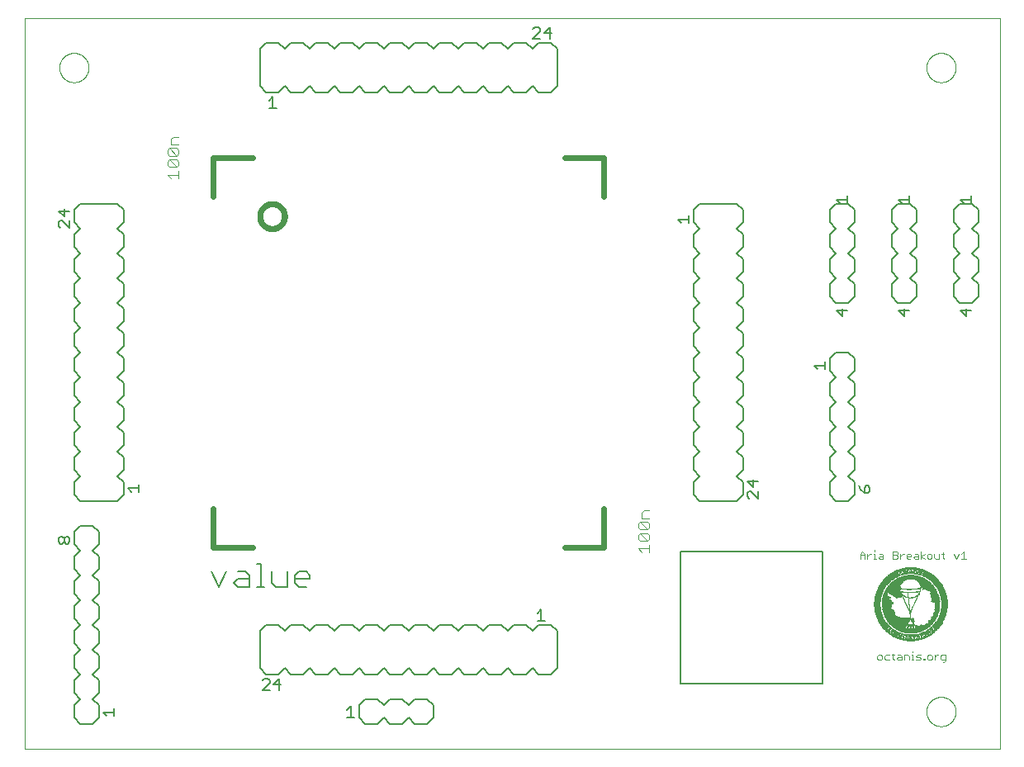
<source format=gto>
G75*
%MOIN*%
%OFA0B0*%
%FSLAX25Y25*%
%IPPOS*%
%LPD*%
%AMOC8*
5,1,8,0,0,1.08239X$1,22.5*
%
%ADD10C,0.00000*%
%ADD11R,0.03400X0.00100*%
%ADD12R,0.04800X0.00100*%
%ADD13R,0.05900X0.00100*%
%ADD14R,0.06800X0.00100*%
%ADD15R,0.07600X0.00100*%
%ADD16R,0.00100X0.00100*%
%ADD17R,0.00900X0.00100*%
%ADD18R,0.03200X0.00100*%
%ADD19R,0.03000X0.00100*%
%ADD20R,0.00400X0.00100*%
%ADD21R,0.00700X0.00100*%
%ADD22R,0.00500X0.00100*%
%ADD23R,0.02700X0.00100*%
%ADD24R,0.02300X0.00100*%
%ADD25R,0.00200X0.00100*%
%ADD26R,0.00600X0.00100*%
%ADD27R,0.02400X0.00100*%
%ADD28R,0.02200X0.00100*%
%ADD29R,0.02600X0.00100*%
%ADD30R,0.00300X0.00100*%
%ADD31R,0.01900X0.00100*%
%ADD32R,0.01800X0.00100*%
%ADD33R,0.00800X0.00100*%
%ADD34R,0.02000X0.00100*%
%ADD35R,0.01500X0.00100*%
%ADD36R,0.01600X0.00100*%
%ADD37R,0.01400X0.00100*%
%ADD38R,0.01100X0.00100*%
%ADD39R,0.01700X0.00100*%
%ADD40R,0.01300X0.00100*%
%ADD41R,0.01200X0.00100*%
%ADD42R,0.03700X0.00100*%
%ADD43R,0.05500X0.00100*%
%ADD44R,0.01000X0.00100*%
%ADD45R,0.08000X0.00100*%
%ADD46R,0.02100X0.00100*%
%ADD47R,0.02900X0.00100*%
%ADD48R,0.04200X0.00100*%
%ADD49R,0.05200X0.00100*%
%ADD50R,0.06000X0.00100*%
%ADD51R,0.06700X0.00100*%
%ADD52R,0.07400X0.00100*%
%ADD53R,0.08500X0.00100*%
%ADD54R,0.09000X0.00100*%
%ADD55R,0.09500X0.00100*%
%ADD56R,0.09900X0.00100*%
%ADD57R,0.10300X0.00100*%
%ADD58R,0.10700X0.00100*%
%ADD59R,0.11100X0.00100*%
%ADD60R,0.11500X0.00100*%
%ADD61R,0.11800X0.00100*%
%ADD62R,0.12200X0.00100*%
%ADD63R,0.12500X0.00100*%
%ADD64R,0.04100X0.00100*%
%ADD65R,0.08600X0.00100*%
%ADD66R,0.04500X0.00100*%
%ADD67R,0.04400X0.00100*%
%ADD68R,0.04600X0.00100*%
%ADD69R,0.04900X0.00100*%
%ADD70R,0.05100X0.00100*%
%ADD71R,0.05000X0.00100*%
%ADD72R,0.03500X0.00100*%
%ADD73R,0.05400X0.00100*%
%ADD74R,0.05600X0.00100*%
%ADD75R,0.05800X0.00100*%
%ADD76R,0.02800X0.00100*%
%ADD77R,0.06100X0.00100*%
%ADD78R,0.03300X0.00100*%
%ADD79R,0.06300X0.00100*%
%ADD80R,0.06400X0.00100*%
%ADD81R,0.06600X0.00100*%
%ADD82R,0.06900X0.00100*%
%ADD83R,0.07100X0.00100*%
%ADD84R,0.03100X0.00100*%
%ADD85R,0.07200X0.00100*%
%ADD86R,0.02500X0.00100*%
%ADD87R,0.07700X0.00100*%
%ADD88R,0.07900X0.00100*%
%ADD89R,0.08100X0.00100*%
%ADD90R,0.08200X0.00100*%
%ADD91R,0.08300X0.00100*%
%ADD92R,0.08400X0.00100*%
%ADD93R,0.08800X0.00100*%
%ADD94R,0.09200X0.00100*%
%ADD95R,0.09300X0.00100*%
%ADD96R,0.09400X0.00100*%
%ADD97R,0.09600X0.00100*%
%ADD98R,0.11300X0.00100*%
%ADD99R,0.11400X0.00100*%
%ADD100R,0.10500X0.00100*%
%ADD101R,0.10100X0.00100*%
%ADD102R,0.10200X0.00100*%
%ADD103R,0.06500X0.00100*%
%ADD104R,0.06200X0.00100*%
%ADD105R,0.04700X0.00100*%
%ADD106R,0.03900X0.00100*%
%ADD107R,0.03600X0.00100*%
%ADD108R,0.04000X0.00100*%
%ADD109R,0.04300X0.00100*%
%ADD110R,0.05300X0.00100*%
%ADD111R,0.07000X0.00100*%
%ADD112R,0.05700X0.00100*%
%ADD113R,0.03800X0.00100*%
%ADD114C,0.00300*%
%ADD115C,0.00600*%
%ADD116C,0.00500*%
%ADD117C,0.02400*%
%ADD118C,0.00800*%
%ADD119C,0.00400*%
D10*
X0002200Y0007200D02*
X0002200Y0302161D01*
X0395901Y0302161D01*
X0395901Y0007200D01*
X0002200Y0007200D01*
X0016294Y0282200D02*
X0016296Y0282353D01*
X0016302Y0282507D01*
X0016312Y0282660D01*
X0016326Y0282812D01*
X0016344Y0282965D01*
X0016366Y0283116D01*
X0016391Y0283267D01*
X0016421Y0283418D01*
X0016455Y0283568D01*
X0016492Y0283716D01*
X0016533Y0283864D01*
X0016578Y0284010D01*
X0016627Y0284156D01*
X0016680Y0284300D01*
X0016736Y0284442D01*
X0016796Y0284583D01*
X0016860Y0284723D01*
X0016927Y0284861D01*
X0016998Y0284997D01*
X0017073Y0285131D01*
X0017150Y0285263D01*
X0017232Y0285393D01*
X0017316Y0285521D01*
X0017404Y0285647D01*
X0017495Y0285770D01*
X0017589Y0285891D01*
X0017687Y0286009D01*
X0017787Y0286125D01*
X0017891Y0286238D01*
X0017997Y0286349D01*
X0018106Y0286457D01*
X0018218Y0286562D01*
X0018332Y0286663D01*
X0018450Y0286762D01*
X0018569Y0286858D01*
X0018691Y0286951D01*
X0018816Y0287040D01*
X0018943Y0287127D01*
X0019072Y0287209D01*
X0019203Y0287289D01*
X0019336Y0287365D01*
X0019471Y0287438D01*
X0019608Y0287507D01*
X0019747Y0287572D01*
X0019887Y0287634D01*
X0020029Y0287692D01*
X0020172Y0287747D01*
X0020317Y0287798D01*
X0020463Y0287845D01*
X0020610Y0287888D01*
X0020758Y0287927D01*
X0020907Y0287963D01*
X0021057Y0287994D01*
X0021208Y0288022D01*
X0021359Y0288046D01*
X0021512Y0288066D01*
X0021664Y0288082D01*
X0021817Y0288094D01*
X0021970Y0288102D01*
X0022123Y0288106D01*
X0022277Y0288106D01*
X0022430Y0288102D01*
X0022583Y0288094D01*
X0022736Y0288082D01*
X0022888Y0288066D01*
X0023041Y0288046D01*
X0023192Y0288022D01*
X0023343Y0287994D01*
X0023493Y0287963D01*
X0023642Y0287927D01*
X0023790Y0287888D01*
X0023937Y0287845D01*
X0024083Y0287798D01*
X0024228Y0287747D01*
X0024371Y0287692D01*
X0024513Y0287634D01*
X0024653Y0287572D01*
X0024792Y0287507D01*
X0024929Y0287438D01*
X0025064Y0287365D01*
X0025197Y0287289D01*
X0025328Y0287209D01*
X0025457Y0287127D01*
X0025584Y0287040D01*
X0025709Y0286951D01*
X0025831Y0286858D01*
X0025950Y0286762D01*
X0026068Y0286663D01*
X0026182Y0286562D01*
X0026294Y0286457D01*
X0026403Y0286349D01*
X0026509Y0286238D01*
X0026613Y0286125D01*
X0026713Y0286009D01*
X0026811Y0285891D01*
X0026905Y0285770D01*
X0026996Y0285647D01*
X0027084Y0285521D01*
X0027168Y0285393D01*
X0027250Y0285263D01*
X0027327Y0285131D01*
X0027402Y0284997D01*
X0027473Y0284861D01*
X0027540Y0284723D01*
X0027604Y0284583D01*
X0027664Y0284442D01*
X0027720Y0284300D01*
X0027773Y0284156D01*
X0027822Y0284010D01*
X0027867Y0283864D01*
X0027908Y0283716D01*
X0027945Y0283568D01*
X0027979Y0283418D01*
X0028009Y0283267D01*
X0028034Y0283116D01*
X0028056Y0282965D01*
X0028074Y0282812D01*
X0028088Y0282660D01*
X0028098Y0282507D01*
X0028104Y0282353D01*
X0028106Y0282200D01*
X0028104Y0282047D01*
X0028098Y0281893D01*
X0028088Y0281740D01*
X0028074Y0281588D01*
X0028056Y0281435D01*
X0028034Y0281284D01*
X0028009Y0281133D01*
X0027979Y0280982D01*
X0027945Y0280832D01*
X0027908Y0280684D01*
X0027867Y0280536D01*
X0027822Y0280390D01*
X0027773Y0280244D01*
X0027720Y0280100D01*
X0027664Y0279958D01*
X0027604Y0279817D01*
X0027540Y0279677D01*
X0027473Y0279539D01*
X0027402Y0279403D01*
X0027327Y0279269D01*
X0027250Y0279137D01*
X0027168Y0279007D01*
X0027084Y0278879D01*
X0026996Y0278753D01*
X0026905Y0278630D01*
X0026811Y0278509D01*
X0026713Y0278391D01*
X0026613Y0278275D01*
X0026509Y0278162D01*
X0026403Y0278051D01*
X0026294Y0277943D01*
X0026182Y0277838D01*
X0026068Y0277737D01*
X0025950Y0277638D01*
X0025831Y0277542D01*
X0025709Y0277449D01*
X0025584Y0277360D01*
X0025457Y0277273D01*
X0025328Y0277191D01*
X0025197Y0277111D01*
X0025064Y0277035D01*
X0024929Y0276962D01*
X0024792Y0276893D01*
X0024653Y0276828D01*
X0024513Y0276766D01*
X0024371Y0276708D01*
X0024228Y0276653D01*
X0024083Y0276602D01*
X0023937Y0276555D01*
X0023790Y0276512D01*
X0023642Y0276473D01*
X0023493Y0276437D01*
X0023343Y0276406D01*
X0023192Y0276378D01*
X0023041Y0276354D01*
X0022888Y0276334D01*
X0022736Y0276318D01*
X0022583Y0276306D01*
X0022430Y0276298D01*
X0022277Y0276294D01*
X0022123Y0276294D01*
X0021970Y0276298D01*
X0021817Y0276306D01*
X0021664Y0276318D01*
X0021512Y0276334D01*
X0021359Y0276354D01*
X0021208Y0276378D01*
X0021057Y0276406D01*
X0020907Y0276437D01*
X0020758Y0276473D01*
X0020610Y0276512D01*
X0020463Y0276555D01*
X0020317Y0276602D01*
X0020172Y0276653D01*
X0020029Y0276708D01*
X0019887Y0276766D01*
X0019747Y0276828D01*
X0019608Y0276893D01*
X0019471Y0276962D01*
X0019336Y0277035D01*
X0019203Y0277111D01*
X0019072Y0277191D01*
X0018943Y0277273D01*
X0018816Y0277360D01*
X0018691Y0277449D01*
X0018569Y0277542D01*
X0018450Y0277638D01*
X0018332Y0277737D01*
X0018218Y0277838D01*
X0018106Y0277943D01*
X0017997Y0278051D01*
X0017891Y0278162D01*
X0017787Y0278275D01*
X0017687Y0278391D01*
X0017589Y0278509D01*
X0017495Y0278630D01*
X0017404Y0278753D01*
X0017316Y0278879D01*
X0017232Y0279007D01*
X0017150Y0279137D01*
X0017073Y0279269D01*
X0016998Y0279403D01*
X0016927Y0279539D01*
X0016860Y0279677D01*
X0016796Y0279817D01*
X0016736Y0279958D01*
X0016680Y0280100D01*
X0016627Y0280244D01*
X0016578Y0280390D01*
X0016533Y0280536D01*
X0016492Y0280684D01*
X0016455Y0280832D01*
X0016421Y0280982D01*
X0016391Y0281133D01*
X0016366Y0281284D01*
X0016344Y0281435D01*
X0016326Y0281588D01*
X0016312Y0281740D01*
X0016302Y0281893D01*
X0016296Y0282047D01*
X0016294Y0282200D01*
X0366294Y0282200D02*
X0366296Y0282353D01*
X0366302Y0282507D01*
X0366312Y0282660D01*
X0366326Y0282812D01*
X0366344Y0282965D01*
X0366366Y0283116D01*
X0366391Y0283267D01*
X0366421Y0283418D01*
X0366455Y0283568D01*
X0366492Y0283716D01*
X0366533Y0283864D01*
X0366578Y0284010D01*
X0366627Y0284156D01*
X0366680Y0284300D01*
X0366736Y0284442D01*
X0366796Y0284583D01*
X0366860Y0284723D01*
X0366927Y0284861D01*
X0366998Y0284997D01*
X0367073Y0285131D01*
X0367150Y0285263D01*
X0367232Y0285393D01*
X0367316Y0285521D01*
X0367404Y0285647D01*
X0367495Y0285770D01*
X0367589Y0285891D01*
X0367687Y0286009D01*
X0367787Y0286125D01*
X0367891Y0286238D01*
X0367997Y0286349D01*
X0368106Y0286457D01*
X0368218Y0286562D01*
X0368332Y0286663D01*
X0368450Y0286762D01*
X0368569Y0286858D01*
X0368691Y0286951D01*
X0368816Y0287040D01*
X0368943Y0287127D01*
X0369072Y0287209D01*
X0369203Y0287289D01*
X0369336Y0287365D01*
X0369471Y0287438D01*
X0369608Y0287507D01*
X0369747Y0287572D01*
X0369887Y0287634D01*
X0370029Y0287692D01*
X0370172Y0287747D01*
X0370317Y0287798D01*
X0370463Y0287845D01*
X0370610Y0287888D01*
X0370758Y0287927D01*
X0370907Y0287963D01*
X0371057Y0287994D01*
X0371208Y0288022D01*
X0371359Y0288046D01*
X0371512Y0288066D01*
X0371664Y0288082D01*
X0371817Y0288094D01*
X0371970Y0288102D01*
X0372123Y0288106D01*
X0372277Y0288106D01*
X0372430Y0288102D01*
X0372583Y0288094D01*
X0372736Y0288082D01*
X0372888Y0288066D01*
X0373041Y0288046D01*
X0373192Y0288022D01*
X0373343Y0287994D01*
X0373493Y0287963D01*
X0373642Y0287927D01*
X0373790Y0287888D01*
X0373937Y0287845D01*
X0374083Y0287798D01*
X0374228Y0287747D01*
X0374371Y0287692D01*
X0374513Y0287634D01*
X0374653Y0287572D01*
X0374792Y0287507D01*
X0374929Y0287438D01*
X0375064Y0287365D01*
X0375197Y0287289D01*
X0375328Y0287209D01*
X0375457Y0287127D01*
X0375584Y0287040D01*
X0375709Y0286951D01*
X0375831Y0286858D01*
X0375950Y0286762D01*
X0376068Y0286663D01*
X0376182Y0286562D01*
X0376294Y0286457D01*
X0376403Y0286349D01*
X0376509Y0286238D01*
X0376613Y0286125D01*
X0376713Y0286009D01*
X0376811Y0285891D01*
X0376905Y0285770D01*
X0376996Y0285647D01*
X0377084Y0285521D01*
X0377168Y0285393D01*
X0377250Y0285263D01*
X0377327Y0285131D01*
X0377402Y0284997D01*
X0377473Y0284861D01*
X0377540Y0284723D01*
X0377604Y0284583D01*
X0377664Y0284442D01*
X0377720Y0284300D01*
X0377773Y0284156D01*
X0377822Y0284010D01*
X0377867Y0283864D01*
X0377908Y0283716D01*
X0377945Y0283568D01*
X0377979Y0283418D01*
X0378009Y0283267D01*
X0378034Y0283116D01*
X0378056Y0282965D01*
X0378074Y0282812D01*
X0378088Y0282660D01*
X0378098Y0282507D01*
X0378104Y0282353D01*
X0378106Y0282200D01*
X0378104Y0282047D01*
X0378098Y0281893D01*
X0378088Y0281740D01*
X0378074Y0281588D01*
X0378056Y0281435D01*
X0378034Y0281284D01*
X0378009Y0281133D01*
X0377979Y0280982D01*
X0377945Y0280832D01*
X0377908Y0280684D01*
X0377867Y0280536D01*
X0377822Y0280390D01*
X0377773Y0280244D01*
X0377720Y0280100D01*
X0377664Y0279958D01*
X0377604Y0279817D01*
X0377540Y0279677D01*
X0377473Y0279539D01*
X0377402Y0279403D01*
X0377327Y0279269D01*
X0377250Y0279137D01*
X0377168Y0279007D01*
X0377084Y0278879D01*
X0376996Y0278753D01*
X0376905Y0278630D01*
X0376811Y0278509D01*
X0376713Y0278391D01*
X0376613Y0278275D01*
X0376509Y0278162D01*
X0376403Y0278051D01*
X0376294Y0277943D01*
X0376182Y0277838D01*
X0376068Y0277737D01*
X0375950Y0277638D01*
X0375831Y0277542D01*
X0375709Y0277449D01*
X0375584Y0277360D01*
X0375457Y0277273D01*
X0375328Y0277191D01*
X0375197Y0277111D01*
X0375064Y0277035D01*
X0374929Y0276962D01*
X0374792Y0276893D01*
X0374653Y0276828D01*
X0374513Y0276766D01*
X0374371Y0276708D01*
X0374228Y0276653D01*
X0374083Y0276602D01*
X0373937Y0276555D01*
X0373790Y0276512D01*
X0373642Y0276473D01*
X0373493Y0276437D01*
X0373343Y0276406D01*
X0373192Y0276378D01*
X0373041Y0276354D01*
X0372888Y0276334D01*
X0372736Y0276318D01*
X0372583Y0276306D01*
X0372430Y0276298D01*
X0372277Y0276294D01*
X0372123Y0276294D01*
X0371970Y0276298D01*
X0371817Y0276306D01*
X0371664Y0276318D01*
X0371512Y0276334D01*
X0371359Y0276354D01*
X0371208Y0276378D01*
X0371057Y0276406D01*
X0370907Y0276437D01*
X0370758Y0276473D01*
X0370610Y0276512D01*
X0370463Y0276555D01*
X0370317Y0276602D01*
X0370172Y0276653D01*
X0370029Y0276708D01*
X0369887Y0276766D01*
X0369747Y0276828D01*
X0369608Y0276893D01*
X0369471Y0276962D01*
X0369336Y0277035D01*
X0369203Y0277111D01*
X0369072Y0277191D01*
X0368943Y0277273D01*
X0368816Y0277360D01*
X0368691Y0277449D01*
X0368569Y0277542D01*
X0368450Y0277638D01*
X0368332Y0277737D01*
X0368218Y0277838D01*
X0368106Y0277943D01*
X0367997Y0278051D01*
X0367891Y0278162D01*
X0367787Y0278275D01*
X0367687Y0278391D01*
X0367589Y0278509D01*
X0367495Y0278630D01*
X0367404Y0278753D01*
X0367316Y0278879D01*
X0367232Y0279007D01*
X0367150Y0279137D01*
X0367073Y0279269D01*
X0366998Y0279403D01*
X0366927Y0279539D01*
X0366860Y0279677D01*
X0366796Y0279817D01*
X0366736Y0279958D01*
X0366680Y0280100D01*
X0366627Y0280244D01*
X0366578Y0280390D01*
X0366533Y0280536D01*
X0366492Y0280684D01*
X0366455Y0280832D01*
X0366421Y0280982D01*
X0366391Y0281133D01*
X0366366Y0281284D01*
X0366344Y0281435D01*
X0366326Y0281588D01*
X0366312Y0281740D01*
X0366302Y0281893D01*
X0366296Y0282047D01*
X0366294Y0282200D01*
X0366294Y0022200D02*
X0366296Y0022353D01*
X0366302Y0022507D01*
X0366312Y0022660D01*
X0366326Y0022812D01*
X0366344Y0022965D01*
X0366366Y0023116D01*
X0366391Y0023267D01*
X0366421Y0023418D01*
X0366455Y0023568D01*
X0366492Y0023716D01*
X0366533Y0023864D01*
X0366578Y0024010D01*
X0366627Y0024156D01*
X0366680Y0024300D01*
X0366736Y0024442D01*
X0366796Y0024583D01*
X0366860Y0024723D01*
X0366927Y0024861D01*
X0366998Y0024997D01*
X0367073Y0025131D01*
X0367150Y0025263D01*
X0367232Y0025393D01*
X0367316Y0025521D01*
X0367404Y0025647D01*
X0367495Y0025770D01*
X0367589Y0025891D01*
X0367687Y0026009D01*
X0367787Y0026125D01*
X0367891Y0026238D01*
X0367997Y0026349D01*
X0368106Y0026457D01*
X0368218Y0026562D01*
X0368332Y0026663D01*
X0368450Y0026762D01*
X0368569Y0026858D01*
X0368691Y0026951D01*
X0368816Y0027040D01*
X0368943Y0027127D01*
X0369072Y0027209D01*
X0369203Y0027289D01*
X0369336Y0027365D01*
X0369471Y0027438D01*
X0369608Y0027507D01*
X0369747Y0027572D01*
X0369887Y0027634D01*
X0370029Y0027692D01*
X0370172Y0027747D01*
X0370317Y0027798D01*
X0370463Y0027845D01*
X0370610Y0027888D01*
X0370758Y0027927D01*
X0370907Y0027963D01*
X0371057Y0027994D01*
X0371208Y0028022D01*
X0371359Y0028046D01*
X0371512Y0028066D01*
X0371664Y0028082D01*
X0371817Y0028094D01*
X0371970Y0028102D01*
X0372123Y0028106D01*
X0372277Y0028106D01*
X0372430Y0028102D01*
X0372583Y0028094D01*
X0372736Y0028082D01*
X0372888Y0028066D01*
X0373041Y0028046D01*
X0373192Y0028022D01*
X0373343Y0027994D01*
X0373493Y0027963D01*
X0373642Y0027927D01*
X0373790Y0027888D01*
X0373937Y0027845D01*
X0374083Y0027798D01*
X0374228Y0027747D01*
X0374371Y0027692D01*
X0374513Y0027634D01*
X0374653Y0027572D01*
X0374792Y0027507D01*
X0374929Y0027438D01*
X0375064Y0027365D01*
X0375197Y0027289D01*
X0375328Y0027209D01*
X0375457Y0027127D01*
X0375584Y0027040D01*
X0375709Y0026951D01*
X0375831Y0026858D01*
X0375950Y0026762D01*
X0376068Y0026663D01*
X0376182Y0026562D01*
X0376294Y0026457D01*
X0376403Y0026349D01*
X0376509Y0026238D01*
X0376613Y0026125D01*
X0376713Y0026009D01*
X0376811Y0025891D01*
X0376905Y0025770D01*
X0376996Y0025647D01*
X0377084Y0025521D01*
X0377168Y0025393D01*
X0377250Y0025263D01*
X0377327Y0025131D01*
X0377402Y0024997D01*
X0377473Y0024861D01*
X0377540Y0024723D01*
X0377604Y0024583D01*
X0377664Y0024442D01*
X0377720Y0024300D01*
X0377773Y0024156D01*
X0377822Y0024010D01*
X0377867Y0023864D01*
X0377908Y0023716D01*
X0377945Y0023568D01*
X0377979Y0023418D01*
X0378009Y0023267D01*
X0378034Y0023116D01*
X0378056Y0022965D01*
X0378074Y0022812D01*
X0378088Y0022660D01*
X0378098Y0022507D01*
X0378104Y0022353D01*
X0378106Y0022200D01*
X0378104Y0022047D01*
X0378098Y0021893D01*
X0378088Y0021740D01*
X0378074Y0021588D01*
X0378056Y0021435D01*
X0378034Y0021284D01*
X0378009Y0021133D01*
X0377979Y0020982D01*
X0377945Y0020832D01*
X0377908Y0020684D01*
X0377867Y0020536D01*
X0377822Y0020390D01*
X0377773Y0020244D01*
X0377720Y0020100D01*
X0377664Y0019958D01*
X0377604Y0019817D01*
X0377540Y0019677D01*
X0377473Y0019539D01*
X0377402Y0019403D01*
X0377327Y0019269D01*
X0377250Y0019137D01*
X0377168Y0019007D01*
X0377084Y0018879D01*
X0376996Y0018753D01*
X0376905Y0018630D01*
X0376811Y0018509D01*
X0376713Y0018391D01*
X0376613Y0018275D01*
X0376509Y0018162D01*
X0376403Y0018051D01*
X0376294Y0017943D01*
X0376182Y0017838D01*
X0376068Y0017737D01*
X0375950Y0017638D01*
X0375831Y0017542D01*
X0375709Y0017449D01*
X0375584Y0017360D01*
X0375457Y0017273D01*
X0375328Y0017191D01*
X0375197Y0017111D01*
X0375064Y0017035D01*
X0374929Y0016962D01*
X0374792Y0016893D01*
X0374653Y0016828D01*
X0374513Y0016766D01*
X0374371Y0016708D01*
X0374228Y0016653D01*
X0374083Y0016602D01*
X0373937Y0016555D01*
X0373790Y0016512D01*
X0373642Y0016473D01*
X0373493Y0016437D01*
X0373343Y0016406D01*
X0373192Y0016378D01*
X0373041Y0016354D01*
X0372888Y0016334D01*
X0372736Y0016318D01*
X0372583Y0016306D01*
X0372430Y0016298D01*
X0372277Y0016294D01*
X0372123Y0016294D01*
X0371970Y0016298D01*
X0371817Y0016306D01*
X0371664Y0016318D01*
X0371512Y0016334D01*
X0371359Y0016354D01*
X0371208Y0016378D01*
X0371057Y0016406D01*
X0370907Y0016437D01*
X0370758Y0016473D01*
X0370610Y0016512D01*
X0370463Y0016555D01*
X0370317Y0016602D01*
X0370172Y0016653D01*
X0370029Y0016708D01*
X0369887Y0016766D01*
X0369747Y0016828D01*
X0369608Y0016893D01*
X0369471Y0016962D01*
X0369336Y0017035D01*
X0369203Y0017111D01*
X0369072Y0017191D01*
X0368943Y0017273D01*
X0368816Y0017360D01*
X0368691Y0017449D01*
X0368569Y0017542D01*
X0368450Y0017638D01*
X0368332Y0017737D01*
X0368218Y0017838D01*
X0368106Y0017943D01*
X0367997Y0018051D01*
X0367891Y0018162D01*
X0367787Y0018275D01*
X0367687Y0018391D01*
X0367589Y0018509D01*
X0367495Y0018630D01*
X0367404Y0018753D01*
X0367316Y0018879D01*
X0367232Y0019007D01*
X0367150Y0019137D01*
X0367073Y0019269D01*
X0366998Y0019403D01*
X0366927Y0019539D01*
X0366860Y0019677D01*
X0366796Y0019817D01*
X0366736Y0019958D01*
X0366680Y0020100D01*
X0366627Y0020244D01*
X0366578Y0020390D01*
X0366533Y0020536D01*
X0366492Y0020684D01*
X0366455Y0020832D01*
X0366421Y0020982D01*
X0366391Y0021133D01*
X0366366Y0021284D01*
X0366344Y0021435D01*
X0366326Y0021588D01*
X0366312Y0021740D01*
X0366302Y0021893D01*
X0366296Y0022047D01*
X0366294Y0022200D01*
D11*
X0360050Y0050600D03*
X0357650Y0051100D03*
X0350050Y0056300D03*
X0349950Y0056400D03*
X0349850Y0056500D03*
X0349750Y0056600D03*
X0369950Y0056100D03*
X0370050Y0056200D03*
X0370150Y0056300D03*
X0370250Y0056400D03*
X0370050Y0066500D03*
X0369950Y0066900D03*
X0369950Y0067000D03*
X0369950Y0067400D03*
X0370250Y0074300D03*
X0370150Y0074400D03*
X0370050Y0074500D03*
X0369950Y0074600D03*
X0350150Y0074500D03*
X0350050Y0074400D03*
X0349950Y0074300D03*
X0349850Y0074200D03*
X0349750Y0074100D03*
D12*
X0353550Y0073000D03*
X0353650Y0073100D03*
X0354350Y0069300D03*
X0354750Y0069000D03*
X0351150Y0062300D03*
X0351150Y0062200D03*
X0351250Y0062000D03*
X0351250Y0061900D03*
X0351250Y0061800D03*
X0351650Y0060900D03*
X0351650Y0060800D03*
X0360050Y0050700D03*
X0365750Y0073900D03*
X0365650Y0074000D03*
X0365550Y0074100D03*
X0364250Y0075100D03*
X0364050Y0075200D03*
X0360050Y0080000D03*
X0353050Y0076800D03*
D13*
X0352900Y0071200D03*
X0360100Y0079900D03*
X0355300Y0056500D03*
X0360000Y0052900D03*
X0360100Y0050800D03*
D14*
X0360050Y0050900D03*
X0360050Y0079800D03*
D15*
X0360050Y0079700D03*
X0355150Y0057500D03*
X0360050Y0051000D03*
D16*
X0359700Y0051100D03*
X0358600Y0052500D03*
X0358600Y0052600D03*
X0357800Y0051900D03*
X0357400Y0052200D03*
X0357400Y0052300D03*
X0357500Y0052400D03*
X0357500Y0052500D03*
X0357500Y0052600D03*
X0356800Y0052700D03*
X0356200Y0052200D03*
X0355000Y0052200D03*
X0355000Y0052300D03*
X0354600Y0052900D03*
X0354600Y0053200D03*
X0353200Y0053900D03*
X0352800Y0053800D03*
X0353100Y0054300D03*
X0352200Y0054900D03*
X0351900Y0055200D03*
X0351800Y0055100D03*
X0351300Y0055600D03*
X0356500Y0059800D03*
X0358400Y0059900D03*
X0358900Y0057100D03*
X0361000Y0057100D03*
X0362400Y0056900D03*
X0364000Y0056800D03*
X0364500Y0057000D03*
X0365000Y0056900D03*
X0366300Y0054100D03*
X0366400Y0054000D03*
X0366800Y0054100D03*
X0365100Y0053000D03*
X0362100Y0052200D03*
X0362100Y0052100D03*
X0369000Y0054400D03*
X0369100Y0055200D03*
X0369000Y0055500D03*
X0369600Y0055200D03*
X0368300Y0060300D03*
X0359600Y0064400D03*
X0352900Y0063300D03*
X0352900Y0063100D03*
X0352800Y0066200D03*
X0352800Y0066300D03*
X0352100Y0067000D03*
X0350600Y0069400D03*
X0359500Y0079000D03*
X0360800Y0078900D03*
X0360800Y0078800D03*
X0361300Y0078800D03*
X0361300Y0078700D03*
X0361300Y0078600D03*
D17*
X0362700Y0078200D03*
X0363900Y0078300D03*
X0360100Y0079500D03*
X0357700Y0079000D03*
X0361000Y0058200D03*
X0366200Y0054400D03*
X0366400Y0054500D03*
X0366600Y0054600D03*
X0366700Y0054700D03*
X0366900Y0054800D03*
X0366600Y0053800D03*
X0366100Y0052900D03*
X0364300Y0052800D03*
X0361200Y0052000D03*
X0361200Y0051900D03*
X0360400Y0051100D03*
X0358100Y0051600D03*
X0358200Y0052200D03*
X0357000Y0052000D03*
X0357000Y0051900D03*
X0357000Y0051800D03*
X0356900Y0051700D03*
X0356900Y0051600D03*
X0353600Y0053100D03*
X0353600Y0054600D03*
X0353100Y0054900D03*
X0351200Y0053800D03*
X0351100Y0053900D03*
X0351000Y0054000D03*
X0350800Y0054100D03*
X0349900Y0055000D03*
X0368100Y0055600D03*
X0369500Y0054300D03*
X0369800Y0054500D03*
X0370500Y0055300D03*
X0368900Y0053800D03*
X0368800Y0053700D03*
D18*
X0370550Y0056800D03*
X0370650Y0056900D03*
X0370750Y0057000D03*
X0370850Y0057100D03*
X0370950Y0057300D03*
X0363150Y0053100D03*
X0362650Y0051100D03*
X0349450Y0057000D03*
X0349350Y0057100D03*
X0349250Y0057200D03*
X0350050Y0066900D03*
X0350250Y0067900D03*
X0354750Y0068600D03*
X0349450Y0073700D03*
X0349350Y0073600D03*
X0349250Y0073500D03*
X0353450Y0077700D03*
X0370550Y0073900D03*
X0370650Y0073800D03*
X0370750Y0073700D03*
X0370850Y0073600D03*
X0370950Y0073400D03*
X0369550Y0069300D03*
X0369550Y0069200D03*
X0369650Y0069000D03*
X0369750Y0068700D03*
X0369750Y0068600D03*
X0369850Y0068300D03*
X0369950Y0067900D03*
X0369950Y0067800D03*
X0369950Y0067700D03*
X0370150Y0066400D03*
D19*
X0370250Y0066300D03*
X0369450Y0069700D03*
X0369450Y0069800D03*
X0368950Y0070800D03*
X0371650Y0072400D03*
X0371550Y0072600D03*
X0371450Y0072700D03*
X0371350Y0072900D03*
X0371250Y0073000D03*
X0362950Y0077600D03*
X0363950Y0079200D03*
X0348850Y0072900D03*
X0348750Y0072800D03*
X0348650Y0072700D03*
X0348650Y0072600D03*
X0348550Y0072500D03*
X0348450Y0072300D03*
X0350050Y0067600D03*
X0348450Y0058400D03*
X0348550Y0058200D03*
X0348650Y0058100D03*
X0348650Y0058000D03*
X0348750Y0057900D03*
X0348850Y0057800D03*
X0348950Y0057600D03*
X0357050Y0051200D03*
X0363350Y0051300D03*
X0371250Y0057700D03*
X0371350Y0057800D03*
X0371450Y0058000D03*
X0371550Y0058100D03*
X0371650Y0058300D03*
D20*
X0368550Y0055100D03*
X0368650Y0055000D03*
X0368750Y0054600D03*
X0368250Y0054300D03*
X0367950Y0054700D03*
X0367950Y0054800D03*
X0367450Y0054400D03*
X0366750Y0054000D03*
X0365450Y0053300D03*
X0363450Y0051900D03*
X0362750Y0052000D03*
X0362650Y0052200D03*
X0362650Y0052300D03*
X0362550Y0052500D03*
X0359850Y0052300D03*
X0359850Y0052200D03*
X0359850Y0052100D03*
X0359750Y0051900D03*
X0359650Y0051700D03*
X0359650Y0051600D03*
X0359050Y0051400D03*
X0359050Y0051300D03*
X0359050Y0051200D03*
X0359150Y0052100D03*
X0359150Y0052200D03*
X0356850Y0052400D03*
X0356150Y0052500D03*
X0355150Y0052700D03*
X0355150Y0053200D03*
X0353150Y0054000D03*
X0353150Y0054100D03*
X0352550Y0054400D03*
X0352250Y0053900D03*
X0351850Y0054300D03*
X0351350Y0055300D03*
X0352750Y0053500D03*
X0352750Y0053400D03*
X0360950Y0057800D03*
X0360950Y0057900D03*
X0361150Y0057500D03*
X0361250Y0057300D03*
X0361350Y0057200D03*
X0361550Y0056900D03*
X0361650Y0056800D03*
X0359750Y0062500D03*
X0357650Y0068500D03*
X0357450Y0068600D03*
X0357350Y0068700D03*
X0354250Y0067900D03*
X0351350Y0068200D03*
X0362150Y0068500D03*
X0362350Y0068600D03*
X0362450Y0068700D03*
X0363250Y0069300D03*
X0363350Y0069400D03*
X0363350Y0069500D03*
X0363450Y0069600D03*
X0369850Y0063000D03*
X0362550Y0079000D03*
X0362650Y0079100D03*
X0361950Y0079300D03*
X0361850Y0079100D03*
X0361850Y0079000D03*
X0361850Y0078900D03*
X0361850Y0078800D03*
X0361850Y0078700D03*
X0360950Y0078200D03*
X0360250Y0078600D03*
X0360250Y0078700D03*
X0359050Y0079300D03*
X0358750Y0078500D03*
X0358750Y0078400D03*
X0358750Y0078300D03*
X0356550Y0077900D03*
X0356250Y0078700D03*
D21*
X0356200Y0078800D03*
X0355600Y0078300D03*
X0355600Y0078200D03*
X0355700Y0077900D03*
X0355700Y0077800D03*
X0358800Y0078800D03*
X0358800Y0078900D03*
X0358800Y0079000D03*
X0359600Y0078200D03*
X0360100Y0079300D03*
X0362600Y0078300D03*
X0363900Y0071800D03*
X0363000Y0069000D03*
X0361200Y0068100D03*
X0358600Y0068100D03*
X0359900Y0062400D03*
X0361000Y0059400D03*
X0361000Y0056300D03*
X0358900Y0056300D03*
X0358800Y0056200D03*
X0359800Y0052500D03*
X0360400Y0051200D03*
X0362200Y0051400D03*
X0364400Y0051900D03*
X0364400Y0052000D03*
X0364400Y0052100D03*
X0364400Y0052200D03*
X0364400Y0052300D03*
X0364400Y0052400D03*
X0364400Y0052500D03*
X0365400Y0052300D03*
X0367800Y0053700D03*
X0368200Y0055800D03*
X0368300Y0055900D03*
X0370500Y0055200D03*
X0364600Y0056800D03*
X0356100Y0052700D03*
X0355300Y0052400D03*
X0354300Y0052600D03*
X0352200Y0054000D03*
X0352500Y0054600D03*
X0351900Y0055800D03*
X0351800Y0055900D03*
X0351700Y0056000D03*
D22*
X0351300Y0055400D03*
X0355200Y0053300D03*
X0355200Y0052600D03*
X0355500Y0052200D03*
X0356100Y0052600D03*
X0355800Y0052900D03*
X0356900Y0052500D03*
X0358100Y0052400D03*
X0358300Y0051500D03*
X0359700Y0051800D03*
X0361300Y0051300D03*
X0361300Y0051200D03*
X0362200Y0051600D03*
X0362600Y0052400D03*
X0362500Y0052600D03*
X0363300Y0052600D03*
X0363500Y0052000D03*
X0365300Y0053500D03*
X0365400Y0053400D03*
X0365600Y0053200D03*
X0367100Y0053300D03*
X0367200Y0053200D03*
X0368400Y0054200D03*
X0368700Y0054700D03*
X0368500Y0055200D03*
X0362300Y0056800D03*
X0361100Y0055800D03*
X0359900Y0055800D03*
X0358800Y0055800D03*
X0361100Y0059500D03*
X0359900Y0062100D03*
X0359900Y0062200D03*
X0359700Y0062600D03*
X0359700Y0062700D03*
X0359600Y0062800D03*
X0359900Y0067800D03*
X0361800Y0068300D03*
X0362000Y0068400D03*
X0363100Y0069100D03*
X0363200Y0069200D03*
X0363800Y0070600D03*
X0358000Y0068300D03*
X0357800Y0068400D03*
X0351400Y0068100D03*
X0355700Y0077700D03*
X0355600Y0078400D03*
X0356600Y0077800D03*
X0358000Y0078000D03*
X0358000Y0078100D03*
X0359100Y0079400D03*
X0360200Y0078900D03*
X0360200Y0078800D03*
X0360900Y0078100D03*
X0361200Y0079400D03*
X0362500Y0078500D03*
X0363000Y0078000D03*
X0363200Y0078800D03*
D23*
X0363800Y0079300D03*
X0365000Y0078800D03*
X0366300Y0078100D03*
X0359900Y0078000D03*
X0356600Y0079400D03*
X0361400Y0071500D03*
X0369300Y0070400D03*
X0372400Y0071000D03*
X0372500Y0070800D03*
X0372600Y0070600D03*
X0372600Y0070500D03*
X0372700Y0070400D03*
X0372700Y0070300D03*
X0372700Y0070200D03*
X0372800Y0070100D03*
X0372800Y0070000D03*
X0372900Y0069800D03*
X0372900Y0069700D03*
X0373000Y0069500D03*
X0373000Y0061200D03*
X0372900Y0060900D03*
X0372800Y0060700D03*
X0372800Y0060600D03*
X0372700Y0060400D03*
X0372700Y0060300D03*
X0372600Y0060200D03*
X0372600Y0060100D03*
X0372500Y0059900D03*
X0372400Y0059700D03*
X0370200Y0055900D03*
X0367200Y0057200D03*
X0367100Y0057100D03*
X0363200Y0051200D03*
X0360500Y0052600D03*
X0347800Y0059600D03*
X0347700Y0059800D03*
X0347600Y0060000D03*
X0347600Y0060100D03*
X0347500Y0060200D03*
X0347500Y0060300D03*
X0347400Y0060500D03*
X0347400Y0060600D03*
X0347300Y0060800D03*
X0347200Y0061100D03*
X0347100Y0061400D03*
X0347100Y0069300D03*
X0347200Y0069600D03*
X0347300Y0069900D03*
X0347400Y0070100D03*
X0347400Y0070200D03*
X0347500Y0070400D03*
X0347500Y0070500D03*
X0347600Y0070600D03*
X0347600Y0070700D03*
X0347700Y0070900D03*
X0347800Y0071100D03*
D24*
X0349900Y0068500D03*
X0349800Y0068100D03*
X0353800Y0078200D03*
X0355600Y0079100D03*
X0364800Y0079000D03*
X0366200Y0078300D03*
X0370600Y0064200D03*
X0370600Y0064100D03*
X0370600Y0064000D03*
X0370000Y0061600D03*
X0370000Y0061500D03*
X0370000Y0061400D03*
X0369300Y0059900D03*
X0369300Y0059800D03*
X0369000Y0059400D03*
X0368200Y0058100D03*
X0368100Y0058000D03*
X0356400Y0051300D03*
X0349900Y0055800D03*
D25*
X0350850Y0055100D03*
X0351350Y0055200D03*
X0351650Y0054900D03*
X0351750Y0055000D03*
X0351950Y0055300D03*
X0351850Y0054400D03*
X0353150Y0054200D03*
X0354550Y0053100D03*
X0354950Y0052100D03*
X0356150Y0052100D03*
X0356150Y0052000D03*
X0356950Y0052300D03*
X0357350Y0052100D03*
X0357450Y0052700D03*
X0356350Y0052900D03*
X0356350Y0053000D03*
X0358550Y0052400D03*
X0358450Y0052000D03*
X0358450Y0051900D03*
X0358450Y0051400D03*
X0358450Y0051300D03*
X0358950Y0051700D03*
X0359650Y0051500D03*
X0359650Y0051400D03*
X0359650Y0051300D03*
X0360350Y0051800D03*
X0360350Y0051900D03*
X0360350Y0052000D03*
X0362150Y0052000D03*
X0362850Y0051700D03*
X0362950Y0051600D03*
X0362950Y0051500D03*
X0363350Y0052700D03*
X0365150Y0052800D03*
X0365150Y0052900D03*
X0365950Y0052600D03*
X0366050Y0052500D03*
X0367450Y0054500D03*
X0367950Y0054600D03*
X0368050Y0054900D03*
X0369150Y0055300D03*
X0364450Y0056900D03*
X0361150Y0059700D03*
X0359950Y0059700D03*
X0359950Y0059800D03*
X0359950Y0059900D03*
X0359950Y0060000D03*
X0359950Y0060100D03*
X0359950Y0060200D03*
X0359950Y0060300D03*
X0359950Y0060400D03*
X0359950Y0060500D03*
X0359950Y0060600D03*
X0359950Y0060700D03*
X0359950Y0060800D03*
X0359950Y0060900D03*
X0359950Y0061000D03*
X0359950Y0061100D03*
X0359950Y0061200D03*
X0359950Y0061300D03*
X0359950Y0061400D03*
X0359850Y0061500D03*
X0359850Y0061600D03*
X0359850Y0061700D03*
X0359850Y0061800D03*
X0360150Y0062500D03*
X0360250Y0062600D03*
X0360250Y0062700D03*
X0360350Y0062800D03*
X0360350Y0062900D03*
X0360450Y0063100D03*
X0360550Y0063300D03*
X0360650Y0063500D03*
X0360750Y0063700D03*
X0360750Y0063800D03*
X0360850Y0063900D03*
X0360850Y0064000D03*
X0360950Y0064100D03*
X0360950Y0064200D03*
X0361050Y0064300D03*
X0361050Y0064400D03*
X0361150Y0064600D03*
X0361250Y0064800D03*
X0361350Y0065000D03*
X0361450Y0065200D03*
X0361450Y0065300D03*
X0361550Y0065400D03*
X0361550Y0065500D03*
X0361650Y0065600D03*
X0361650Y0065700D03*
X0361750Y0065800D03*
X0361750Y0065900D03*
X0361850Y0066100D03*
X0361950Y0066300D03*
X0362050Y0066500D03*
X0362150Y0066700D03*
X0362150Y0066800D03*
X0362250Y0066900D03*
X0362250Y0067000D03*
X0362350Y0067100D03*
X0362350Y0067200D03*
X0362450Y0067300D03*
X0362450Y0067400D03*
X0362550Y0067600D03*
X0362650Y0067800D03*
X0362750Y0068000D03*
X0362850Y0068200D03*
X0362850Y0068300D03*
X0362950Y0068400D03*
X0362950Y0068500D03*
X0363050Y0068600D03*
X0363050Y0068700D03*
X0363150Y0068800D03*
X0363150Y0068900D03*
X0363550Y0069800D03*
X0363650Y0070000D03*
X0363750Y0070200D03*
X0363850Y0070300D03*
X0363950Y0070700D03*
X0363950Y0070800D03*
X0364050Y0070900D03*
X0364050Y0071000D03*
X0364050Y0071100D03*
X0364050Y0071200D03*
X0364050Y0071300D03*
X0364150Y0071400D03*
X0364150Y0071500D03*
X0364150Y0071600D03*
X0364150Y0071900D03*
X0364150Y0072000D03*
X0364150Y0072100D03*
X0364150Y0072200D03*
X0364550Y0072000D03*
X0365150Y0071300D03*
X0367150Y0070800D03*
X0359050Y0069500D03*
X0359050Y0069400D03*
X0359050Y0069300D03*
X0359050Y0069200D03*
X0359050Y0069100D03*
X0359050Y0069000D03*
X0359050Y0068900D03*
X0359050Y0068800D03*
X0359150Y0068700D03*
X0359150Y0068600D03*
X0359150Y0068500D03*
X0359150Y0068400D03*
X0359150Y0068300D03*
X0359150Y0068200D03*
X0359150Y0068100D03*
X0359250Y0067700D03*
X0359250Y0067600D03*
X0359250Y0067500D03*
X0359250Y0067400D03*
X0359250Y0067300D03*
X0359250Y0067200D03*
X0359250Y0067100D03*
X0359250Y0067000D03*
X0359350Y0066900D03*
X0359350Y0066800D03*
X0359350Y0066700D03*
X0359350Y0066600D03*
X0359350Y0066500D03*
X0359350Y0066400D03*
X0359350Y0066300D03*
X0359350Y0066200D03*
X0359450Y0066100D03*
X0359450Y0066000D03*
X0359450Y0065900D03*
X0359450Y0065800D03*
X0359450Y0065700D03*
X0359450Y0065600D03*
X0359450Y0065500D03*
X0359450Y0065400D03*
X0359450Y0065300D03*
X0359550Y0065200D03*
X0359550Y0065100D03*
X0359550Y0065000D03*
X0359550Y0064900D03*
X0359550Y0064800D03*
X0359550Y0064700D03*
X0359550Y0064600D03*
X0359550Y0064500D03*
X0359650Y0064300D03*
X0359650Y0064200D03*
X0359650Y0064100D03*
X0359650Y0064000D03*
X0359650Y0063900D03*
X0359650Y0063800D03*
X0359650Y0063700D03*
X0359650Y0063600D03*
X0359750Y0063500D03*
X0359750Y0063400D03*
X0359750Y0063300D03*
X0359750Y0063200D03*
X0359750Y0063100D03*
X0359750Y0063000D03*
X0359750Y0062900D03*
X0359450Y0062900D03*
X0359350Y0063000D03*
X0359350Y0063100D03*
X0359250Y0063300D03*
X0359150Y0063500D03*
X0359050Y0063700D03*
X0359050Y0063800D03*
X0358950Y0063900D03*
X0358950Y0064000D03*
X0358850Y0064100D03*
X0358850Y0064200D03*
X0358750Y0064300D03*
X0358750Y0064400D03*
X0358650Y0064600D03*
X0358550Y0064800D03*
X0358450Y0065000D03*
X0358450Y0065100D03*
X0358350Y0065200D03*
X0358350Y0065300D03*
X0358250Y0065400D03*
X0358250Y0065500D03*
X0358150Y0065600D03*
X0358150Y0065700D03*
X0358050Y0065800D03*
X0358050Y0065900D03*
X0357950Y0066100D03*
X0357850Y0066300D03*
X0357750Y0066500D03*
X0357750Y0066600D03*
X0357650Y0066700D03*
X0357650Y0066800D03*
X0357550Y0066900D03*
X0357550Y0067000D03*
X0357450Y0067200D03*
X0357350Y0067400D03*
X0357250Y0067600D03*
X0357150Y0067800D03*
X0357150Y0067900D03*
X0357050Y0068000D03*
X0357050Y0068100D03*
X0356950Y0068200D03*
X0356950Y0068300D03*
X0356850Y0068400D03*
X0356850Y0068500D03*
X0356750Y0068700D03*
X0358950Y0069600D03*
X0358950Y0069700D03*
X0358950Y0069800D03*
X0358950Y0069900D03*
X0358950Y0070000D03*
X0352750Y0066100D03*
X0352150Y0066900D03*
X0350550Y0069300D03*
X0356450Y0078200D03*
X0357550Y0079200D03*
X0358050Y0079100D03*
X0359550Y0078900D03*
X0359550Y0078800D03*
X0360350Y0078200D03*
X0360350Y0078100D03*
X0360850Y0078500D03*
X0360850Y0078600D03*
X0360850Y0078700D03*
X0361250Y0078900D03*
X0361250Y0079000D03*
X0362350Y0078000D03*
X0369850Y0063200D03*
X0369850Y0063100D03*
X0357950Y0059900D03*
D26*
X0359850Y0062300D03*
X0360950Y0058000D03*
X0361050Y0055900D03*
X0359950Y0055900D03*
X0358850Y0055900D03*
X0359850Y0052400D03*
X0360350Y0051400D03*
X0360350Y0051300D03*
X0361250Y0051400D03*
X0361250Y0051500D03*
X0362250Y0051500D03*
X0362450Y0052700D03*
X0363350Y0052500D03*
X0363450Y0052400D03*
X0363450Y0052300D03*
X0363450Y0052200D03*
X0363450Y0052100D03*
X0365350Y0052400D03*
X0365950Y0052800D03*
X0367050Y0053400D03*
X0366750Y0053900D03*
X0367450Y0054200D03*
X0367450Y0054300D03*
X0367550Y0054100D03*
X0367650Y0054000D03*
X0367650Y0053900D03*
X0367750Y0053800D03*
X0355450Y0052300D03*
X0355250Y0052500D03*
X0352550Y0054500D03*
X0352250Y0054700D03*
X0351950Y0054200D03*
X0350950Y0054900D03*
X0354450Y0060500D03*
X0358250Y0068200D03*
X0361550Y0068200D03*
X0362550Y0078400D03*
X0360150Y0079000D03*
X0360150Y0079100D03*
X0360150Y0079200D03*
X0359550Y0078400D03*
X0359550Y0078300D03*
X0358750Y0078600D03*
X0358750Y0078700D03*
X0358950Y0079200D03*
X0359050Y0079500D03*
X0357250Y0078100D03*
D27*
X0357450Y0077600D03*
X0355450Y0079000D03*
X0349950Y0068400D03*
X0349850Y0055900D03*
X0356150Y0051400D03*
X0357450Y0053100D03*
X0359950Y0056500D03*
X0359950Y0056600D03*
X0359950Y0056700D03*
X0359950Y0056800D03*
X0359950Y0056900D03*
X0359950Y0057000D03*
X0368450Y0058500D03*
X0369350Y0060000D03*
X0369350Y0060100D03*
X0370250Y0055800D03*
D28*
X0368050Y0057900D03*
X0367950Y0057800D03*
X0368450Y0058400D03*
X0368750Y0058900D03*
X0369050Y0059300D03*
X0369250Y0059600D03*
X0369250Y0059700D03*
X0369550Y0060300D03*
X0369650Y0060400D03*
X0370150Y0061700D03*
X0370250Y0062000D03*
X0370650Y0063900D03*
X0370650Y0064300D03*
X0370650Y0064400D03*
X0370650Y0064500D03*
X0370650Y0064600D03*
X0370650Y0064700D03*
X0370650Y0065400D03*
X0370650Y0065500D03*
X0370650Y0065600D03*
X0370650Y0065700D03*
X0370650Y0065800D03*
X0363250Y0077500D03*
X0364550Y0079100D03*
X0349850Y0068200D03*
X0364050Y0051400D03*
X0365050Y0051800D03*
D29*
X0363450Y0053200D03*
X0356050Y0051500D03*
X0349850Y0056000D03*
X0347450Y0060400D03*
X0347350Y0060700D03*
X0347250Y0060900D03*
X0347250Y0061000D03*
X0347150Y0061200D03*
X0347150Y0061300D03*
X0347050Y0061500D03*
X0347050Y0061600D03*
X0347050Y0061700D03*
X0346950Y0061800D03*
X0346950Y0061900D03*
X0346950Y0062000D03*
X0346850Y0062200D03*
X0346850Y0062300D03*
X0346850Y0062400D03*
X0346750Y0062700D03*
X0346750Y0062800D03*
X0346750Y0062900D03*
X0346650Y0063300D03*
X0346650Y0063400D03*
X0346550Y0064300D03*
X0346550Y0066400D03*
X0346650Y0067300D03*
X0346650Y0067400D03*
X0346750Y0067800D03*
X0346750Y0067900D03*
X0346750Y0068000D03*
X0346850Y0068300D03*
X0346850Y0068400D03*
X0346850Y0068500D03*
X0346950Y0068700D03*
X0346950Y0068800D03*
X0346950Y0068900D03*
X0347050Y0069000D03*
X0347050Y0069100D03*
X0347050Y0069200D03*
X0347150Y0069400D03*
X0347150Y0069500D03*
X0347250Y0069700D03*
X0347250Y0069800D03*
X0347350Y0070000D03*
X0347450Y0070300D03*
X0350050Y0068300D03*
X0353650Y0078000D03*
X0356350Y0079300D03*
X0366250Y0078200D03*
X0372850Y0069900D03*
X0372950Y0069600D03*
X0373050Y0069400D03*
X0373050Y0069300D03*
X0373050Y0069200D03*
X0373150Y0069100D03*
X0373150Y0069000D03*
X0373150Y0068900D03*
X0373150Y0068800D03*
X0373250Y0068700D03*
X0373250Y0068600D03*
X0373250Y0068500D03*
X0373350Y0068300D03*
X0373350Y0068200D03*
X0373350Y0068100D03*
X0373450Y0067700D03*
X0373450Y0067600D03*
X0373550Y0067000D03*
X0373550Y0066900D03*
X0373550Y0063800D03*
X0373550Y0063700D03*
X0373450Y0063100D03*
X0373450Y0063000D03*
X0373350Y0062600D03*
X0373350Y0062500D03*
X0373350Y0062400D03*
X0373250Y0062200D03*
X0373250Y0062100D03*
X0373250Y0062000D03*
X0373150Y0061900D03*
X0373150Y0061800D03*
X0373150Y0061700D03*
X0373150Y0061600D03*
X0373050Y0061500D03*
X0373050Y0061400D03*
X0373050Y0061300D03*
X0372950Y0061100D03*
X0372950Y0061000D03*
X0372850Y0060800D03*
X0372750Y0060500D03*
X0368450Y0058700D03*
D30*
X0369100Y0055400D03*
X0369600Y0055100D03*
X0368700Y0054900D03*
X0368700Y0054800D03*
X0368900Y0054500D03*
X0365900Y0052700D03*
X0365400Y0052500D03*
X0363400Y0051800D03*
X0362800Y0051800D03*
X0362800Y0051900D03*
X0362700Y0052100D03*
X0359800Y0052000D03*
X0359100Y0052300D03*
X0359000Y0051600D03*
X0359000Y0051500D03*
X0358400Y0052100D03*
X0356900Y0052600D03*
X0356200Y0052400D03*
X0356200Y0052300D03*
X0356100Y0051900D03*
X0356000Y0051800D03*
X0355600Y0052100D03*
X0355100Y0052800D03*
X0355100Y0052900D03*
X0355100Y0053000D03*
X0355100Y0053100D03*
X0354500Y0053000D03*
X0354200Y0052700D03*
X0355800Y0053000D03*
X0352800Y0053600D03*
X0352800Y0053700D03*
X0352500Y0054200D03*
X0352600Y0054300D03*
X0352200Y0054800D03*
X0352200Y0053800D03*
X0352200Y0053700D03*
X0350900Y0055000D03*
X0351300Y0055500D03*
X0359300Y0063200D03*
X0359200Y0063400D03*
X0359100Y0063600D03*
X0358700Y0064500D03*
X0358600Y0064700D03*
X0358500Y0064900D03*
X0358000Y0066000D03*
X0357900Y0066200D03*
X0357800Y0066400D03*
X0357500Y0067100D03*
X0357400Y0067300D03*
X0357300Y0067500D03*
X0357200Y0067700D03*
X0356800Y0068600D03*
X0357200Y0068800D03*
X0359200Y0067800D03*
X0362000Y0066400D03*
X0362100Y0066600D03*
X0361900Y0066200D03*
X0361800Y0066000D03*
X0361400Y0065100D03*
X0361300Y0064900D03*
X0361200Y0064700D03*
X0361100Y0064500D03*
X0360700Y0063600D03*
X0360600Y0063400D03*
X0360500Y0063200D03*
X0360400Y0063000D03*
X0359900Y0062000D03*
X0359900Y0061900D03*
X0361100Y0059600D03*
X0361000Y0057700D03*
X0361100Y0057600D03*
X0361200Y0057400D03*
X0361400Y0057100D03*
X0361500Y0057000D03*
X0352200Y0066800D03*
X0362500Y0067500D03*
X0362600Y0067700D03*
X0362700Y0067900D03*
X0362800Y0068100D03*
X0362600Y0068800D03*
X0362700Y0068900D03*
X0363500Y0069700D03*
X0363600Y0069900D03*
X0363700Y0070100D03*
X0363800Y0070400D03*
X0365200Y0071400D03*
X0362300Y0077900D03*
X0361800Y0078100D03*
X0361800Y0078200D03*
X0361800Y0078300D03*
X0361800Y0078400D03*
X0361800Y0078500D03*
X0361800Y0078600D03*
X0361900Y0079200D03*
X0362500Y0078900D03*
X0362500Y0078800D03*
X0362500Y0078700D03*
X0362500Y0078600D03*
X0361700Y0078000D03*
X0360900Y0078300D03*
X0360900Y0078400D03*
X0360300Y0078400D03*
X0360300Y0078500D03*
X0360300Y0078300D03*
X0361200Y0079100D03*
X0361200Y0079200D03*
X0361200Y0079300D03*
X0358700Y0078200D03*
X0358700Y0078100D03*
X0357600Y0079100D03*
X0356400Y0078400D03*
X0356400Y0078300D03*
X0356300Y0078500D03*
X0356300Y0078600D03*
X0356500Y0078100D03*
X0356500Y0078000D03*
X0355700Y0077600D03*
X0355600Y0078500D03*
D31*
X0354100Y0078500D03*
X0349800Y0068900D03*
X0366000Y0078500D03*
X0370700Y0063800D03*
X0370600Y0062900D03*
X0370600Y0062800D03*
X0370000Y0061000D03*
X0370000Y0060900D03*
X0369900Y0060600D03*
X0367900Y0057600D03*
X0366000Y0052200D03*
X0364700Y0051600D03*
X0364500Y0051500D03*
X0355200Y0051700D03*
X0352900Y0052900D03*
D32*
X0353750Y0052400D03*
X0354550Y0053900D03*
X0355350Y0051600D03*
X0357050Y0053200D03*
X0350650Y0054700D03*
X0349850Y0055500D03*
X0349850Y0069000D03*
X0354250Y0078600D03*
X0357050Y0077500D03*
X0362650Y0071600D03*
X0361950Y0070300D03*
X0365850Y0078600D03*
X0370750Y0063500D03*
X0370750Y0063400D03*
X0370750Y0063300D03*
X0370550Y0062700D03*
X0370550Y0062600D03*
X0370550Y0062500D03*
X0370550Y0062400D03*
X0369950Y0060800D03*
X0369950Y0060700D03*
X0370350Y0055600D03*
D33*
X0370450Y0055100D03*
X0369650Y0054400D03*
X0369450Y0054200D03*
X0368150Y0055700D03*
X0367450Y0055200D03*
X0367350Y0055100D03*
X0367150Y0055000D03*
X0367050Y0054900D03*
X0364350Y0052700D03*
X0364350Y0052600D03*
X0361250Y0051800D03*
X0361250Y0051700D03*
X0361250Y0051600D03*
X0358250Y0052300D03*
X0358150Y0051800D03*
X0358150Y0051700D03*
X0356050Y0052800D03*
X0353550Y0053000D03*
X0352150Y0054100D03*
X0352950Y0055000D03*
X0352850Y0055100D03*
X0352650Y0055200D03*
X0352550Y0055300D03*
X0352250Y0055500D03*
X0352150Y0055600D03*
X0352050Y0055700D03*
X0353250Y0054800D03*
X0350050Y0054800D03*
X0349950Y0054900D03*
X0358850Y0056000D03*
X0358850Y0056100D03*
X0359950Y0056100D03*
X0359950Y0056200D03*
X0359950Y0056300D03*
X0359950Y0056000D03*
X0361050Y0056000D03*
X0361050Y0056100D03*
X0361050Y0056200D03*
X0360950Y0058100D03*
X0354350Y0068000D03*
X0355650Y0078000D03*
X0355650Y0078100D03*
X0358850Y0079100D03*
X0359550Y0078100D03*
X0360150Y0079400D03*
D34*
X0353950Y0078400D03*
X0349850Y0068800D03*
X0349850Y0068700D03*
X0349850Y0055600D03*
X0353650Y0052500D03*
X0362550Y0056600D03*
X0364950Y0051700D03*
X0367950Y0057700D03*
X0369250Y0059500D03*
X0370350Y0062200D03*
X0370750Y0064900D03*
X0370750Y0065000D03*
X0370750Y0065100D03*
D35*
X0362800Y0070400D03*
X0363500Y0071700D03*
X0360800Y0059000D03*
X0360800Y0058900D03*
X0368000Y0055300D03*
X0369000Y0054100D03*
X0367700Y0053100D03*
X0365800Y0052000D03*
X0365600Y0051900D03*
X0370400Y0055500D03*
X0354800Y0051800D03*
X0354500Y0051900D03*
X0353900Y0052200D03*
X0350700Y0054500D03*
D36*
X0349850Y0055400D03*
X0352950Y0052800D03*
X0354350Y0052000D03*
X0354450Y0054000D03*
X0356650Y0053300D03*
X0358550Y0059800D03*
X0363950Y0053400D03*
X0368350Y0053600D03*
X0363950Y0078600D03*
D37*
X0357550Y0078400D03*
X0357550Y0078300D03*
X0356750Y0077400D03*
X0354550Y0068100D03*
X0360850Y0058800D03*
X0360850Y0058700D03*
X0364150Y0053500D03*
X0364850Y0053700D03*
X0367650Y0053000D03*
X0368350Y0053500D03*
X0369950Y0054900D03*
X0370050Y0055000D03*
X0370850Y0063000D03*
X0370850Y0063200D03*
X0355650Y0053600D03*
X0354350Y0054100D03*
X0354050Y0052100D03*
X0352150Y0053300D03*
X0349850Y0055300D03*
D38*
X0350700Y0054300D03*
X0351100Y0054800D03*
X0351700Y0053500D03*
X0352400Y0053000D03*
X0353800Y0053400D03*
X0354100Y0053700D03*
X0354100Y0054300D03*
X0353300Y0054700D03*
X0361200Y0052300D03*
X0361200Y0052200D03*
X0361200Y0052100D03*
X0365200Y0053900D03*
X0366100Y0053000D03*
X0367100Y0052600D03*
X0367300Y0052700D03*
X0360900Y0058400D03*
X0360900Y0058500D03*
X0349700Y0069600D03*
X0349900Y0070100D03*
X0349900Y0070200D03*
X0350000Y0070400D03*
X0363900Y0077700D03*
X0364000Y0077800D03*
X0364100Y0078100D03*
X0364100Y0078200D03*
D39*
X0363500Y0077400D03*
X0359300Y0071300D03*
X0354600Y0068200D03*
X0349800Y0069100D03*
X0349800Y0069200D03*
X0354400Y0078700D03*
X0354600Y0078800D03*
X0370800Y0063700D03*
X0370800Y0063600D03*
X0370500Y0062300D03*
X0364700Y0053600D03*
X0365900Y0052100D03*
X0355800Y0053500D03*
X0353800Y0052300D03*
X0350700Y0054600D03*
D40*
X0350700Y0054400D03*
X0352200Y0053200D03*
X0353000Y0052700D03*
X0355400Y0053700D03*
X0361200Y0052500D03*
X0366500Y0052300D03*
X0366700Y0052400D03*
X0366900Y0052500D03*
X0366600Y0053500D03*
X0366500Y0053600D03*
X0368000Y0055400D03*
X0369000Y0054000D03*
X0369900Y0054800D03*
X0370900Y0063100D03*
X0357100Y0070300D03*
X0349900Y0069900D03*
X0349900Y0069800D03*
X0349700Y0069400D03*
X0349700Y0069300D03*
X0357600Y0078200D03*
X0357500Y0078500D03*
X0357500Y0078600D03*
X0357500Y0078700D03*
X0357500Y0078800D03*
D41*
X0357550Y0078900D03*
X0356450Y0077300D03*
X0356550Y0071600D03*
X0363450Y0070500D03*
X0363750Y0077300D03*
X0363850Y0078500D03*
X0349950Y0070000D03*
X0349750Y0069700D03*
X0349750Y0069500D03*
X0360850Y0058600D03*
X0362050Y0056700D03*
X0365050Y0053800D03*
X0366050Y0053100D03*
X0366550Y0053700D03*
X0367450Y0052800D03*
X0367550Y0052900D03*
X0368250Y0053400D03*
X0368950Y0053900D03*
X0369850Y0054700D03*
X0370450Y0055400D03*
X0368050Y0055500D03*
X0361150Y0052400D03*
X0354250Y0054200D03*
X0353950Y0053600D03*
X0353850Y0053500D03*
X0353050Y0052600D03*
X0352250Y0053100D03*
X0351650Y0053600D03*
X0349850Y0055200D03*
D42*
X0350400Y0063300D03*
X0350300Y0063500D03*
X0360100Y0052700D03*
X0369900Y0066600D03*
X0368500Y0071100D03*
X0369300Y0075200D03*
X0369200Y0075300D03*
X0369100Y0075400D03*
X0366600Y0077600D03*
X0350800Y0075200D03*
X0350700Y0075100D03*
D43*
X0353900Y0077200D03*
X0366700Y0072400D03*
X0352300Y0060200D03*
X0352200Y0060300D03*
X0360000Y0052800D03*
X0364600Y0056100D03*
D44*
X0365650Y0054100D03*
X0365850Y0054200D03*
X0366050Y0054300D03*
X0365450Y0054000D03*
X0364250Y0052900D03*
X0368050Y0053200D03*
X0368250Y0053300D03*
X0369850Y0054600D03*
X0360950Y0058300D03*
X0353950Y0054400D03*
X0353750Y0054500D03*
X0353750Y0053300D03*
X0353650Y0053200D03*
X0351750Y0053400D03*
X0351350Y0053700D03*
X0350750Y0054200D03*
X0349850Y0055100D03*
X0352350Y0055400D03*
X0359050Y0068000D03*
X0360750Y0068000D03*
X0363950Y0077200D03*
X0364050Y0077900D03*
X0364050Y0078000D03*
X0363850Y0078400D03*
X0362750Y0078100D03*
X0349950Y0070300D03*
D45*
X0360050Y0076400D03*
X0360050Y0054300D03*
X0360750Y0053000D03*
D46*
X0363700Y0053300D03*
X0370300Y0055700D03*
X0368300Y0058200D03*
X0368400Y0058300D03*
X0368900Y0059000D03*
X0369000Y0059100D03*
X0369000Y0059200D03*
X0369700Y0060500D03*
X0370000Y0061100D03*
X0370000Y0061200D03*
X0370000Y0061300D03*
X0370200Y0061800D03*
X0370200Y0061900D03*
X0370300Y0062100D03*
X0370700Y0064800D03*
X0370700Y0065200D03*
X0370700Y0065300D03*
X0370700Y0065900D03*
X0370700Y0066000D03*
X0359900Y0067900D03*
X0357500Y0071500D03*
X0353900Y0078300D03*
X0355800Y0079200D03*
X0366100Y0078400D03*
X0349900Y0068600D03*
X0349900Y0055700D03*
X0354700Y0053800D03*
X0356000Y0053400D03*
D47*
X0360100Y0053700D03*
X0366700Y0056800D03*
X0366800Y0056900D03*
X0366900Y0057000D03*
X0371600Y0058200D03*
X0371700Y0058400D03*
X0371800Y0058500D03*
X0371800Y0058600D03*
X0371900Y0058700D03*
X0372000Y0058900D03*
X0372100Y0059100D03*
X0370300Y0066200D03*
X0369400Y0069900D03*
X0369400Y0070000D03*
X0369400Y0070100D03*
X0369100Y0070700D03*
X0371800Y0072100D03*
X0371800Y0072200D03*
X0371700Y0072300D03*
X0371600Y0072500D03*
X0371900Y0072000D03*
X0372000Y0071800D03*
X0372100Y0071600D03*
X0366400Y0078000D03*
X0360100Y0077000D03*
X0354900Y0068500D03*
X0350000Y0067500D03*
X0350000Y0067400D03*
X0350000Y0067300D03*
X0348000Y0071500D03*
X0348100Y0071700D03*
X0348200Y0071900D03*
X0348300Y0072000D03*
X0348300Y0072100D03*
X0348400Y0072200D03*
X0348500Y0072400D03*
X0348000Y0059200D03*
X0348100Y0059000D03*
X0348200Y0058800D03*
X0348300Y0058700D03*
X0348300Y0058600D03*
X0348400Y0058500D03*
X0348500Y0058300D03*
D48*
X0350650Y0063100D03*
X0350450Y0065200D03*
X0350450Y0066100D03*
X0350450Y0066200D03*
X0350450Y0066300D03*
X0354750Y0068800D03*
X0351950Y0076100D03*
X0353350Y0077300D03*
X0359850Y0077900D03*
X0360050Y0076900D03*
X0366750Y0077300D03*
X0368050Y0076200D03*
X0368250Y0076100D03*
X0368350Y0076000D03*
X0365950Y0056700D03*
X0360050Y0053800D03*
X0355650Y0055600D03*
D49*
X0355450Y0056100D03*
X0360050Y0053900D03*
X0364550Y0056000D03*
X0359550Y0070200D03*
X0366450Y0072900D03*
X0367050Y0072100D03*
X0363350Y0075500D03*
X0360050Y0076800D03*
X0353450Y0077000D03*
X0353250Y0072400D03*
X0353250Y0072300D03*
X0353150Y0072200D03*
X0353650Y0070000D03*
X0353750Y0069800D03*
X0353850Y0069700D03*
X0353950Y0069600D03*
X0354050Y0069500D03*
D50*
X0352850Y0071100D03*
X0360050Y0076700D03*
X0352650Y0060000D03*
X0360050Y0054000D03*
X0364650Y0056400D03*
D51*
X0360100Y0054100D03*
X0355200Y0057000D03*
X0360100Y0076600D03*
D52*
X0360050Y0076500D03*
X0355150Y0057400D03*
X0360050Y0054200D03*
D53*
X0360100Y0054400D03*
X0360100Y0076300D03*
D54*
X0360050Y0076200D03*
X0355050Y0058500D03*
X0360050Y0054500D03*
D55*
X0360100Y0054600D03*
X0360100Y0076100D03*
D56*
X0360100Y0076000D03*
X0360100Y0054700D03*
D57*
X0360100Y0054800D03*
X0360100Y0075900D03*
D58*
X0360100Y0075800D03*
X0360100Y0054900D03*
D59*
X0360100Y0055000D03*
X0360100Y0075700D03*
D60*
X0360100Y0075600D03*
X0360100Y0055100D03*
D61*
X0360050Y0055200D03*
D62*
X0360050Y0055300D03*
D63*
X0360100Y0055400D03*
D64*
X0355700Y0055500D03*
X0365900Y0056600D03*
X0350500Y0064100D03*
X0350400Y0064400D03*
X0350400Y0064500D03*
X0350400Y0064600D03*
X0350400Y0064700D03*
X0350400Y0064800D03*
X0350400Y0065100D03*
X0350500Y0066400D03*
X0351800Y0076000D03*
X0366700Y0077400D03*
X0368500Y0075900D03*
X0368100Y0071300D03*
D65*
X0355050Y0058200D03*
X0362150Y0055500D03*
D66*
X0364400Y0055600D03*
X0351400Y0061000D03*
X0351400Y0061100D03*
X0351400Y0061200D03*
X0350900Y0062600D03*
X0350900Y0062700D03*
X0350900Y0062900D03*
X0350800Y0063000D03*
X0350600Y0065600D03*
X0350600Y0065700D03*
X0354000Y0073600D03*
X0354100Y0073700D03*
X0354200Y0073800D03*
X0355900Y0075200D03*
X0356100Y0075300D03*
X0352400Y0076400D03*
X0367600Y0076500D03*
D67*
X0367750Y0076400D03*
X0366850Y0077200D03*
X0367950Y0071400D03*
X0355750Y0075100D03*
X0355550Y0075000D03*
X0355250Y0074800D03*
X0354750Y0074400D03*
X0354650Y0074300D03*
X0354550Y0074200D03*
X0354450Y0074100D03*
X0354350Y0074000D03*
X0354250Y0073900D03*
X0352250Y0076300D03*
X0350550Y0065500D03*
X0350550Y0065400D03*
X0350950Y0062500D03*
X0350950Y0062400D03*
X0355550Y0055700D03*
D68*
X0355550Y0055800D03*
X0351350Y0061300D03*
X0351350Y0061400D03*
X0350950Y0062800D03*
X0350650Y0065900D03*
X0350650Y0066000D03*
X0353850Y0073400D03*
X0353950Y0073500D03*
X0352550Y0076500D03*
X0359450Y0071400D03*
X0364850Y0074700D03*
X0367450Y0076600D03*
X0364450Y0055700D03*
D69*
X0364500Y0055800D03*
X0355500Y0055900D03*
X0353400Y0072700D03*
X0353500Y0072900D03*
X0356600Y0075500D03*
X0363900Y0075300D03*
X0365800Y0073800D03*
X0365900Y0073700D03*
X0366000Y0073600D03*
X0367300Y0072000D03*
X0367100Y0076800D03*
X0366900Y0076900D03*
D70*
X0366700Y0077000D03*
X0366200Y0073300D03*
X0366300Y0073200D03*
X0366300Y0073100D03*
X0366400Y0073000D03*
X0367500Y0071600D03*
X0353300Y0072500D03*
X0364500Y0055900D03*
D71*
X0355450Y0056000D03*
X0354150Y0069400D03*
X0353350Y0072600D03*
X0353450Y0072800D03*
X0353250Y0076900D03*
X0360050Y0077800D03*
X0363650Y0075400D03*
X0366050Y0073500D03*
X0366150Y0073400D03*
X0367350Y0071900D03*
X0367350Y0071800D03*
X0367450Y0071700D03*
X0367550Y0071500D03*
D72*
X0368700Y0070900D03*
X0369800Y0074700D03*
X0354600Y0068700D03*
X0350200Y0066800D03*
X0350200Y0074600D03*
X0350300Y0074700D03*
X0350400Y0074800D03*
X0350500Y0074900D03*
X0353400Y0077600D03*
X0350100Y0056200D03*
X0350200Y0056100D03*
X0369800Y0056000D03*
D73*
X0355450Y0056200D03*
X0352150Y0060400D03*
X0353450Y0070300D03*
X0353050Y0071900D03*
X0366650Y0072500D03*
X0366650Y0072600D03*
D74*
X0366750Y0072300D03*
X0352950Y0071600D03*
X0355350Y0056300D03*
X0364650Y0056200D03*
D75*
X0364650Y0056300D03*
X0355350Y0056400D03*
X0352450Y0060100D03*
X0352850Y0071300D03*
X0353150Y0071800D03*
D76*
X0354950Y0068400D03*
X0348150Y0071800D03*
X0348050Y0071600D03*
X0347950Y0071400D03*
X0347850Y0071300D03*
X0347850Y0071200D03*
X0347750Y0071000D03*
X0347650Y0070800D03*
X0353550Y0077900D03*
X0369150Y0070600D03*
X0369250Y0070500D03*
X0369350Y0070300D03*
X0369350Y0070200D03*
X0372150Y0071500D03*
X0372250Y0071400D03*
X0372250Y0071300D03*
X0372350Y0071200D03*
X0372350Y0071100D03*
X0372450Y0070900D03*
X0372550Y0070700D03*
X0372050Y0071700D03*
X0371950Y0071900D03*
X0370350Y0066100D03*
X0372550Y0060000D03*
X0372450Y0059800D03*
X0372350Y0059600D03*
X0372350Y0059500D03*
X0372250Y0059400D03*
X0372250Y0059300D03*
X0372150Y0059200D03*
X0372050Y0059000D03*
X0371950Y0058800D03*
X0359950Y0056400D03*
X0348150Y0058900D03*
X0348050Y0059100D03*
X0347950Y0059300D03*
X0347850Y0059400D03*
X0347850Y0059500D03*
X0347750Y0059700D03*
X0347650Y0059900D03*
D77*
X0355300Y0056600D03*
X0364700Y0056500D03*
X0352800Y0070900D03*
X0352800Y0071000D03*
D78*
X0350300Y0067800D03*
X0349500Y0073800D03*
X0349600Y0073900D03*
X0349700Y0074000D03*
X0359400Y0070100D03*
X0366500Y0077800D03*
X0370300Y0074200D03*
X0370400Y0074100D03*
X0370500Y0074000D03*
X0369900Y0067600D03*
X0369900Y0067500D03*
X0370000Y0067300D03*
X0370000Y0067200D03*
X0370000Y0067100D03*
X0370500Y0056700D03*
X0370400Y0056600D03*
X0370300Y0056500D03*
X0349700Y0056700D03*
X0349600Y0056800D03*
X0349500Y0056900D03*
X0360100Y0080100D03*
D79*
X0353900Y0070400D03*
X0352800Y0070700D03*
X0352800Y0070800D03*
X0352900Y0059800D03*
X0355300Y0056700D03*
D80*
X0355250Y0056800D03*
D81*
X0355250Y0056900D03*
X0352850Y0070600D03*
D82*
X0355200Y0057100D03*
D83*
X0355200Y0057200D03*
D84*
X0358000Y0059700D03*
X0349200Y0057300D03*
X0349100Y0057400D03*
X0349000Y0057500D03*
X0348900Y0057700D03*
X0350000Y0067000D03*
X0350000Y0067100D03*
X0350000Y0067200D03*
X0350100Y0067700D03*
X0350200Y0068000D03*
X0348900Y0073000D03*
X0349000Y0073100D03*
X0349000Y0073200D03*
X0349100Y0073300D03*
X0349200Y0073400D03*
X0353500Y0077800D03*
X0357100Y0079500D03*
X0363300Y0079400D03*
X0366400Y0077900D03*
X0370900Y0073500D03*
X0371000Y0073300D03*
X0371100Y0073200D03*
X0371200Y0073100D03*
X0371400Y0072800D03*
X0369500Y0069600D03*
X0369500Y0069500D03*
X0369500Y0069400D03*
X0369600Y0069100D03*
X0369700Y0068900D03*
X0369700Y0068800D03*
X0369800Y0068500D03*
X0369800Y0068400D03*
X0369900Y0068200D03*
X0369900Y0068100D03*
X0369900Y0068000D03*
X0371400Y0057900D03*
X0371200Y0057600D03*
X0371100Y0057500D03*
X0371000Y0057400D03*
X0370900Y0057200D03*
D85*
X0355150Y0057300D03*
D86*
X0346900Y0062100D03*
X0346800Y0062500D03*
X0346800Y0062600D03*
X0346700Y0063000D03*
X0346700Y0063100D03*
X0346700Y0063200D03*
X0346600Y0063500D03*
X0346600Y0063600D03*
X0346600Y0063700D03*
X0346600Y0063800D03*
X0346600Y0063900D03*
X0346600Y0064000D03*
X0346600Y0064100D03*
X0346600Y0064200D03*
X0346500Y0064400D03*
X0346500Y0064500D03*
X0346500Y0064600D03*
X0346500Y0064700D03*
X0346500Y0064800D03*
X0346500Y0064900D03*
X0346500Y0065000D03*
X0346500Y0065100D03*
X0346500Y0065200D03*
X0346500Y0065300D03*
X0346500Y0065400D03*
X0346500Y0065500D03*
X0346500Y0065600D03*
X0346500Y0065700D03*
X0346500Y0065800D03*
X0346500Y0065900D03*
X0346500Y0066000D03*
X0346500Y0066100D03*
X0346500Y0066200D03*
X0346500Y0066300D03*
X0346600Y0066500D03*
X0346600Y0066600D03*
X0346600Y0066700D03*
X0346600Y0066800D03*
X0346600Y0066900D03*
X0346600Y0067000D03*
X0346600Y0067100D03*
X0346600Y0067200D03*
X0346700Y0067500D03*
X0346700Y0067600D03*
X0346700Y0067700D03*
X0346800Y0068100D03*
X0346800Y0068200D03*
X0346900Y0068600D03*
X0354900Y0068300D03*
X0353700Y0078100D03*
X0355300Y0078900D03*
X0364900Y0078900D03*
X0373300Y0068400D03*
X0373400Y0068000D03*
X0373400Y0067900D03*
X0373400Y0067800D03*
X0373500Y0067500D03*
X0373500Y0067400D03*
X0373500Y0067300D03*
X0373500Y0067200D03*
X0373500Y0067100D03*
X0373600Y0066800D03*
X0373600Y0066700D03*
X0373600Y0066600D03*
X0373600Y0066500D03*
X0373600Y0066400D03*
X0373600Y0066300D03*
X0373600Y0066200D03*
X0373600Y0066100D03*
X0373600Y0066000D03*
X0373600Y0065900D03*
X0373600Y0065800D03*
X0373600Y0065700D03*
X0373600Y0065600D03*
X0373600Y0065500D03*
X0373600Y0065400D03*
X0373600Y0065300D03*
X0373600Y0065200D03*
X0373600Y0065100D03*
X0373600Y0065000D03*
X0373600Y0064900D03*
X0373600Y0064800D03*
X0373600Y0064700D03*
X0373600Y0064600D03*
X0373600Y0064500D03*
X0373600Y0064400D03*
X0373600Y0064300D03*
X0373600Y0064200D03*
X0373600Y0064100D03*
X0373600Y0064000D03*
X0373600Y0063900D03*
X0373500Y0063600D03*
X0373500Y0063500D03*
X0373500Y0063400D03*
X0373500Y0063300D03*
X0373500Y0063200D03*
X0373400Y0062900D03*
X0373400Y0062800D03*
X0373400Y0062700D03*
X0373300Y0062300D03*
X0369400Y0060200D03*
X0368600Y0058800D03*
X0368400Y0058600D03*
X0367600Y0057500D03*
X0367500Y0057400D03*
X0367400Y0057300D03*
D87*
X0355100Y0057600D03*
D88*
X0355100Y0057700D03*
D89*
X0355100Y0057800D03*
D90*
X0355050Y0057900D03*
D91*
X0355100Y0058000D03*
X0360100Y0079600D03*
D92*
X0355050Y0058100D03*
D93*
X0355050Y0058300D03*
X0355050Y0058400D03*
D94*
X0355050Y0058600D03*
D95*
X0355000Y0058700D03*
D96*
X0355050Y0058800D03*
D97*
X0355050Y0058900D03*
X0355050Y0059000D03*
D98*
X0355700Y0059300D03*
X0355800Y0059100D03*
D99*
X0355750Y0059200D03*
D100*
X0355200Y0059400D03*
D101*
X0355000Y0059500D03*
D102*
X0354950Y0059600D03*
D103*
X0353000Y0059700D03*
X0359600Y0077700D03*
D104*
X0353350Y0071700D03*
X0352750Y0059900D03*
D105*
X0351700Y0060500D03*
X0351700Y0060600D03*
X0351700Y0060700D03*
X0351300Y0061500D03*
X0351300Y0061600D03*
X0351300Y0061700D03*
X0351200Y0062100D03*
X0350700Y0065800D03*
X0354500Y0069200D03*
X0354600Y0069100D03*
X0354900Y0068900D03*
X0353700Y0073200D03*
X0353800Y0073300D03*
X0356300Y0075400D03*
X0352900Y0076700D03*
X0352700Y0076600D03*
X0364400Y0075000D03*
X0364600Y0074900D03*
X0364700Y0074800D03*
X0365000Y0074600D03*
X0365100Y0074500D03*
X0365200Y0074400D03*
X0365300Y0074300D03*
X0365400Y0074200D03*
X0367300Y0076700D03*
D106*
X0368900Y0075600D03*
X0368300Y0071200D03*
X0351400Y0075700D03*
X0351300Y0075600D03*
X0350500Y0063200D03*
D107*
X0350350Y0063400D03*
X0350250Y0063600D03*
X0350250Y0063700D03*
X0350250Y0063800D03*
X0350250Y0063900D03*
X0350250Y0064000D03*
X0350650Y0075000D03*
X0353350Y0077500D03*
X0362750Y0079500D03*
X0364750Y0078700D03*
X0366550Y0077700D03*
X0369450Y0075100D03*
X0369550Y0075000D03*
X0369650Y0074900D03*
X0369750Y0074800D03*
X0368550Y0071000D03*
X0369950Y0066800D03*
X0369950Y0066700D03*
D108*
X0368750Y0075700D03*
X0368650Y0075800D03*
X0351650Y0075900D03*
X0351550Y0075800D03*
X0350450Y0066700D03*
X0350450Y0066600D03*
X0350450Y0066500D03*
X0350350Y0065000D03*
X0350350Y0064900D03*
X0350450Y0064300D03*
X0350450Y0064200D03*
D109*
X0350500Y0065300D03*
X0354900Y0074500D03*
X0355000Y0074600D03*
X0355100Y0074700D03*
X0355400Y0074900D03*
X0352100Y0076200D03*
X0367900Y0076300D03*
D110*
X0366500Y0077100D03*
X0366500Y0072800D03*
X0366600Y0072700D03*
X0367000Y0072200D03*
X0353700Y0069900D03*
X0353600Y0070100D03*
X0353500Y0070200D03*
X0353100Y0072000D03*
X0353100Y0072100D03*
X0353700Y0077100D03*
D111*
X0353050Y0070500D03*
D112*
X0352900Y0071400D03*
X0352900Y0071500D03*
D113*
X0350950Y0075300D03*
X0351050Y0075400D03*
X0351150Y0075500D03*
X0353350Y0077400D03*
X0366650Y0077500D03*
X0368950Y0075500D03*
D114*
X0368011Y0083950D02*
X0367043Y0083950D01*
X0366560Y0084434D01*
X0366560Y0085401D01*
X0367043Y0085885D01*
X0368011Y0085885D01*
X0368495Y0085401D01*
X0368495Y0084434D01*
X0368011Y0083950D01*
X0369506Y0084434D02*
X0369990Y0083950D01*
X0371441Y0083950D01*
X0371441Y0085885D01*
X0372453Y0085885D02*
X0373420Y0085885D01*
X0372937Y0086369D02*
X0372937Y0084434D01*
X0373420Y0083950D01*
X0369506Y0084434D02*
X0369506Y0085885D01*
X0365556Y0085885D02*
X0364104Y0084917D01*
X0365556Y0083950D01*
X0364104Y0083950D02*
X0364104Y0086852D01*
X0363093Y0085401D02*
X0363093Y0083950D01*
X0361642Y0083950D01*
X0361158Y0084434D01*
X0361642Y0084917D01*
X0363093Y0084917D01*
X0363093Y0085401D02*
X0362609Y0085885D01*
X0361642Y0085885D01*
X0360146Y0085401D02*
X0360146Y0084917D01*
X0358211Y0084917D01*
X0358211Y0084434D02*
X0358211Y0085401D01*
X0358695Y0085885D01*
X0359662Y0085885D01*
X0360146Y0085401D01*
X0359662Y0083950D02*
X0358695Y0083950D01*
X0358211Y0084434D01*
X0357207Y0085885D02*
X0356723Y0085885D01*
X0355756Y0084917D01*
X0355756Y0083950D02*
X0355756Y0085885D01*
X0354744Y0085885D02*
X0354744Y0086369D01*
X0354261Y0086852D01*
X0352809Y0086852D01*
X0352809Y0083950D01*
X0354261Y0083950D01*
X0354744Y0084434D01*
X0354744Y0084917D01*
X0354261Y0085401D01*
X0352809Y0085401D01*
X0354261Y0085401D02*
X0354744Y0085885D01*
X0348851Y0085401D02*
X0348851Y0083950D01*
X0347400Y0083950D01*
X0346916Y0084434D01*
X0347400Y0084917D01*
X0348851Y0084917D01*
X0348851Y0085401D02*
X0348368Y0085885D01*
X0347400Y0085885D01*
X0345436Y0085885D02*
X0345436Y0083950D01*
X0345919Y0083950D02*
X0344952Y0083950D01*
X0344952Y0085885D02*
X0345436Y0085885D01*
X0345436Y0086852D02*
X0345436Y0087336D01*
X0343948Y0085885D02*
X0343464Y0085885D01*
X0342497Y0084917D01*
X0342497Y0083950D02*
X0342497Y0085885D01*
X0341485Y0085885D02*
X0341485Y0083950D01*
X0341485Y0085401D02*
X0339550Y0085401D01*
X0339550Y0085885D02*
X0340517Y0086852D01*
X0341485Y0085885D01*
X0339550Y0085885D02*
X0339550Y0083950D01*
X0377364Y0085885D02*
X0378331Y0083950D01*
X0379299Y0085885D01*
X0380310Y0085885D02*
X0381278Y0086852D01*
X0381278Y0083950D01*
X0382245Y0083950D02*
X0380310Y0083950D01*
X0373938Y0045085D02*
X0372487Y0045085D01*
X0372003Y0044601D01*
X0372003Y0043634D01*
X0372487Y0043150D01*
X0373938Y0043150D01*
X0373938Y0042666D02*
X0373938Y0045085D01*
X0373938Y0042666D02*
X0373455Y0042183D01*
X0372971Y0042183D01*
X0370999Y0045085D02*
X0370516Y0045085D01*
X0369548Y0044117D01*
X0369548Y0043150D02*
X0369548Y0045085D01*
X0368537Y0044601D02*
X0368053Y0045085D01*
X0367085Y0045085D01*
X0366602Y0044601D01*
X0366602Y0043634D01*
X0367085Y0043150D01*
X0368053Y0043150D01*
X0368537Y0043634D01*
X0368537Y0044601D01*
X0365612Y0043634D02*
X0365612Y0043150D01*
X0365128Y0043150D01*
X0365128Y0043634D01*
X0365612Y0043634D01*
X0364117Y0043634D02*
X0363633Y0044117D01*
X0362665Y0044117D01*
X0362182Y0044601D01*
X0362665Y0045085D01*
X0364117Y0045085D01*
X0364117Y0043634D02*
X0363633Y0043150D01*
X0362182Y0043150D01*
X0361185Y0043150D02*
X0360217Y0043150D01*
X0360701Y0043150D02*
X0360701Y0045085D01*
X0360217Y0045085D01*
X0360701Y0046052D02*
X0360701Y0046536D01*
X0359206Y0044601D02*
X0359206Y0043150D01*
X0359206Y0044601D02*
X0358722Y0045085D01*
X0357271Y0045085D01*
X0357271Y0043150D01*
X0356259Y0043150D02*
X0354808Y0043150D01*
X0354324Y0043634D01*
X0354808Y0044117D01*
X0356259Y0044117D01*
X0356259Y0044601D02*
X0356259Y0043150D01*
X0356259Y0044601D02*
X0355776Y0045085D01*
X0354808Y0045085D01*
X0353328Y0045085D02*
X0352360Y0045085D01*
X0352844Y0045569D02*
X0352844Y0043634D01*
X0353328Y0043150D01*
X0351348Y0043150D02*
X0349897Y0043150D01*
X0349414Y0043634D01*
X0349414Y0044601D01*
X0349897Y0045085D01*
X0351348Y0045085D01*
X0348402Y0044601D02*
X0347918Y0045085D01*
X0346951Y0045085D01*
X0346467Y0044601D01*
X0346467Y0043634D01*
X0346951Y0043150D01*
X0347918Y0043150D01*
X0348402Y0043634D01*
X0348402Y0044601D01*
D115*
X0334700Y0107200D02*
X0329700Y0107200D01*
X0327200Y0109700D01*
X0327200Y0114700D01*
X0329700Y0117200D01*
X0327200Y0119700D01*
X0327200Y0124700D01*
X0329700Y0127200D01*
X0327200Y0129700D01*
X0327200Y0134700D01*
X0329700Y0137200D01*
X0327200Y0139700D01*
X0327200Y0144700D01*
X0329700Y0147200D01*
X0327200Y0149700D01*
X0327200Y0154700D01*
X0329700Y0157200D01*
X0327200Y0159700D01*
X0327200Y0164700D01*
X0329700Y0167200D01*
X0334700Y0167200D01*
X0337200Y0164700D01*
X0337200Y0159700D01*
X0334700Y0157200D01*
X0337200Y0154700D01*
X0337200Y0149700D01*
X0334700Y0147200D01*
X0337200Y0144700D01*
X0337200Y0139700D01*
X0334700Y0137200D01*
X0337200Y0134700D01*
X0337200Y0129700D01*
X0334700Y0127200D01*
X0337200Y0124700D01*
X0337200Y0119700D01*
X0334700Y0117200D01*
X0337200Y0114700D01*
X0337200Y0109700D01*
X0334700Y0107200D01*
X0292200Y0109700D02*
X0289700Y0107200D01*
X0274700Y0107200D01*
X0272200Y0109700D01*
X0272200Y0114700D01*
X0274700Y0117200D01*
X0272200Y0119700D01*
X0272200Y0124700D01*
X0274700Y0127200D01*
X0272200Y0129700D01*
X0272200Y0134700D01*
X0274700Y0137200D01*
X0272200Y0139700D01*
X0272200Y0144700D01*
X0274700Y0147200D01*
X0272200Y0149700D01*
X0272200Y0154700D01*
X0274700Y0157200D01*
X0272200Y0159700D01*
X0272200Y0164700D01*
X0274700Y0167200D01*
X0272200Y0169700D01*
X0272200Y0174700D01*
X0274700Y0177200D01*
X0272200Y0179700D01*
X0272200Y0184700D01*
X0274700Y0187200D01*
X0272200Y0189700D01*
X0272200Y0194700D01*
X0274700Y0197200D01*
X0272200Y0199700D01*
X0272200Y0204700D01*
X0274700Y0207200D01*
X0272200Y0209700D01*
X0272200Y0214700D01*
X0274700Y0217200D01*
X0272200Y0219700D01*
X0272200Y0224700D01*
X0274700Y0227200D01*
X0289700Y0227200D01*
X0292200Y0224700D01*
X0292200Y0219700D01*
X0289700Y0217200D01*
X0292200Y0214700D01*
X0292200Y0209700D01*
X0289700Y0207200D01*
X0292200Y0204700D01*
X0292200Y0199700D01*
X0289700Y0197200D01*
X0292200Y0194700D01*
X0292200Y0189700D01*
X0289700Y0187200D01*
X0292200Y0184700D01*
X0292200Y0179700D01*
X0289700Y0177200D01*
X0292200Y0174700D01*
X0292200Y0169700D01*
X0289700Y0167200D01*
X0292200Y0164700D01*
X0292200Y0159700D01*
X0289700Y0157200D01*
X0292200Y0154700D01*
X0292200Y0149700D01*
X0289700Y0147200D01*
X0292200Y0144700D01*
X0292200Y0139700D01*
X0289700Y0137200D01*
X0292200Y0134700D01*
X0292200Y0129700D01*
X0289700Y0127200D01*
X0292200Y0124700D01*
X0292200Y0119700D01*
X0289700Y0117200D01*
X0292200Y0114700D01*
X0292200Y0109700D01*
X0217200Y0054700D02*
X0214700Y0057200D01*
X0209700Y0057200D01*
X0207200Y0054700D01*
X0204700Y0057200D01*
X0199700Y0057200D01*
X0197200Y0054700D01*
X0194700Y0057200D01*
X0189700Y0057200D01*
X0187200Y0054700D01*
X0184700Y0057200D01*
X0179700Y0057200D01*
X0177200Y0054700D01*
X0174700Y0057200D01*
X0169700Y0057200D01*
X0167200Y0054700D01*
X0164700Y0057200D01*
X0159700Y0057200D01*
X0157200Y0054700D01*
X0154700Y0057200D01*
X0149700Y0057200D01*
X0147200Y0054700D01*
X0144700Y0057200D01*
X0139700Y0057200D01*
X0137200Y0054700D01*
X0134700Y0057200D01*
X0129700Y0057200D01*
X0127200Y0054700D01*
X0124700Y0057200D01*
X0119700Y0057200D01*
X0117200Y0054700D01*
X0114700Y0057200D01*
X0109700Y0057200D01*
X0107200Y0054700D01*
X0104700Y0057200D01*
X0099700Y0057200D01*
X0097200Y0054700D01*
X0097200Y0039700D01*
X0099700Y0037200D01*
X0104700Y0037200D01*
X0107200Y0039700D01*
X0109700Y0037200D01*
X0114700Y0037200D01*
X0117200Y0039700D01*
X0119700Y0037200D01*
X0124700Y0037200D01*
X0127200Y0039700D01*
X0129700Y0037200D01*
X0134700Y0037200D01*
X0137200Y0039700D01*
X0139700Y0037200D01*
X0144700Y0037200D01*
X0147200Y0039700D01*
X0149700Y0037200D01*
X0154700Y0037200D01*
X0157200Y0039700D01*
X0159700Y0037200D01*
X0164700Y0037200D01*
X0167200Y0039700D01*
X0169700Y0037200D01*
X0174700Y0037200D01*
X0177200Y0039700D01*
X0179700Y0037200D01*
X0184700Y0037200D01*
X0187200Y0039700D01*
X0189700Y0037200D01*
X0194700Y0037200D01*
X0197200Y0039700D01*
X0199700Y0037200D01*
X0204700Y0037200D01*
X0207200Y0039700D01*
X0209700Y0037200D01*
X0214700Y0037200D01*
X0217200Y0039700D01*
X0217200Y0054700D01*
X0167200Y0024700D02*
X0167200Y0019700D01*
X0164700Y0017200D01*
X0159700Y0017200D01*
X0157200Y0019700D01*
X0154700Y0017200D01*
X0149700Y0017200D01*
X0147200Y0019700D01*
X0144700Y0017200D01*
X0139700Y0017200D01*
X0137200Y0019700D01*
X0137200Y0024700D01*
X0139700Y0027200D01*
X0144700Y0027200D01*
X0147200Y0024700D01*
X0149700Y0027200D01*
X0154700Y0027200D01*
X0157200Y0024700D01*
X0159700Y0027200D01*
X0164700Y0027200D01*
X0167200Y0024700D01*
X0042200Y0109700D02*
X0042200Y0114700D01*
X0039700Y0117200D01*
X0042200Y0119700D01*
X0042200Y0124700D01*
X0039700Y0127200D01*
X0042200Y0129700D01*
X0042200Y0134700D01*
X0039700Y0137200D01*
X0042200Y0139700D01*
X0042200Y0144700D01*
X0039700Y0147200D01*
X0042200Y0149700D01*
X0042200Y0154700D01*
X0039700Y0157200D01*
X0042200Y0159700D01*
X0042200Y0164700D01*
X0039700Y0167200D01*
X0042200Y0169700D01*
X0042200Y0174700D01*
X0039700Y0177200D01*
X0042200Y0179700D01*
X0042200Y0184700D01*
X0039700Y0187200D01*
X0042200Y0189700D01*
X0042200Y0194700D01*
X0039700Y0197200D01*
X0042200Y0199700D01*
X0042200Y0204700D01*
X0039700Y0207200D01*
X0042200Y0209700D01*
X0042200Y0214700D01*
X0039700Y0217200D01*
X0042200Y0219700D01*
X0042200Y0224700D01*
X0039700Y0227200D01*
X0024700Y0227200D01*
X0022200Y0224700D01*
X0022200Y0219700D01*
X0024700Y0217200D01*
X0022200Y0214700D01*
X0022200Y0209700D01*
X0024700Y0207200D01*
X0022200Y0204700D01*
X0022200Y0199700D01*
X0024700Y0197200D01*
X0022200Y0194700D01*
X0022200Y0189700D01*
X0024700Y0187200D01*
X0022200Y0184700D01*
X0022200Y0179700D01*
X0024700Y0177200D01*
X0022200Y0174700D01*
X0022200Y0169700D01*
X0024700Y0167200D01*
X0022200Y0164700D01*
X0022200Y0159700D01*
X0024700Y0157200D01*
X0022200Y0154700D01*
X0022200Y0149700D01*
X0024700Y0147200D01*
X0022200Y0144700D01*
X0022200Y0139700D01*
X0024700Y0137200D01*
X0022200Y0134700D01*
X0022200Y0129700D01*
X0024700Y0127200D01*
X0022200Y0124700D01*
X0022200Y0119700D01*
X0024700Y0117200D01*
X0022200Y0114700D01*
X0022200Y0109700D01*
X0024700Y0107200D01*
X0039700Y0107200D01*
X0042200Y0109700D01*
X0029700Y0097200D02*
X0024700Y0097200D01*
X0022200Y0094700D01*
X0022200Y0089700D01*
X0024700Y0087200D01*
X0022200Y0084700D01*
X0022200Y0079700D01*
X0024700Y0077200D01*
X0022200Y0074700D01*
X0022200Y0069700D01*
X0024700Y0067200D01*
X0022200Y0064700D01*
X0022200Y0059700D01*
X0024700Y0057200D01*
X0022200Y0054700D01*
X0022200Y0049700D01*
X0024700Y0047200D01*
X0022200Y0044700D01*
X0022200Y0039700D01*
X0024700Y0037200D01*
X0022200Y0034700D01*
X0022200Y0029700D01*
X0024700Y0027200D01*
X0022200Y0024700D01*
X0022200Y0019700D01*
X0024700Y0017200D01*
X0029700Y0017200D01*
X0032200Y0019700D01*
X0032200Y0024700D01*
X0029700Y0027200D01*
X0032200Y0029700D01*
X0032200Y0034700D01*
X0029700Y0037200D01*
X0032200Y0039700D01*
X0032200Y0044700D01*
X0029700Y0047200D01*
X0032200Y0049700D01*
X0032200Y0054700D01*
X0029700Y0057200D01*
X0032200Y0059700D01*
X0032200Y0064700D01*
X0029700Y0067200D01*
X0032200Y0069700D01*
X0032200Y0074700D01*
X0029700Y0077200D01*
X0032200Y0079700D01*
X0032200Y0084700D01*
X0029700Y0087200D01*
X0032200Y0089700D01*
X0032200Y0094700D01*
X0029700Y0097200D01*
X0099700Y0272200D02*
X0104700Y0272200D01*
X0107200Y0274700D01*
X0109700Y0272200D01*
X0114700Y0272200D01*
X0117200Y0274700D01*
X0119700Y0272200D01*
X0124700Y0272200D01*
X0127200Y0274700D01*
X0129700Y0272200D01*
X0134700Y0272200D01*
X0137200Y0274700D01*
X0139700Y0272200D01*
X0144700Y0272200D01*
X0147200Y0274700D01*
X0149700Y0272200D01*
X0154700Y0272200D01*
X0157200Y0274700D01*
X0159700Y0272200D01*
X0164700Y0272200D01*
X0167200Y0274700D01*
X0169700Y0272200D01*
X0174700Y0272200D01*
X0177200Y0274700D01*
X0179700Y0272200D01*
X0184700Y0272200D01*
X0187200Y0274700D01*
X0189700Y0272200D01*
X0194700Y0272200D01*
X0197200Y0274700D01*
X0199700Y0272200D01*
X0204700Y0272200D01*
X0207200Y0274700D01*
X0209700Y0272200D01*
X0214700Y0272200D01*
X0217200Y0274700D01*
X0217200Y0289700D01*
X0214700Y0292200D01*
X0209700Y0292200D01*
X0207200Y0289700D01*
X0204700Y0292200D01*
X0199700Y0292200D01*
X0197200Y0289700D01*
X0194700Y0292200D01*
X0189700Y0292200D01*
X0187200Y0289700D01*
X0184700Y0292200D01*
X0179700Y0292200D01*
X0177200Y0289700D01*
X0174700Y0292200D01*
X0169700Y0292200D01*
X0167200Y0289700D01*
X0164700Y0292200D01*
X0159700Y0292200D01*
X0157200Y0289700D01*
X0154700Y0292200D01*
X0149700Y0292200D01*
X0147200Y0289700D01*
X0144700Y0292200D01*
X0139700Y0292200D01*
X0137200Y0289700D01*
X0134700Y0292200D01*
X0129700Y0292200D01*
X0127200Y0289700D01*
X0124700Y0292200D01*
X0119700Y0292200D01*
X0117200Y0289700D01*
X0114700Y0292200D01*
X0109700Y0292200D01*
X0107200Y0289700D01*
X0104700Y0292200D01*
X0099700Y0292200D01*
X0097200Y0289700D01*
X0097200Y0274700D01*
X0099700Y0272200D01*
X0327200Y0224700D02*
X0327200Y0219700D01*
X0329700Y0217200D01*
X0327200Y0214700D01*
X0327200Y0209700D01*
X0329700Y0207200D01*
X0327200Y0204700D01*
X0327200Y0199700D01*
X0329700Y0197200D01*
X0327200Y0194700D01*
X0327200Y0189700D01*
X0329700Y0187200D01*
X0334700Y0187200D01*
X0337200Y0189700D01*
X0337200Y0194700D01*
X0334700Y0197200D01*
X0337200Y0199700D01*
X0337200Y0204700D01*
X0334700Y0207200D01*
X0337200Y0209700D01*
X0337200Y0214700D01*
X0334700Y0217200D01*
X0337200Y0219700D01*
X0337200Y0224700D01*
X0334700Y0227200D01*
X0329700Y0227200D01*
X0327200Y0224700D01*
X0352200Y0224700D02*
X0352200Y0219700D01*
X0354700Y0217200D01*
X0352200Y0214700D01*
X0352200Y0209700D01*
X0354700Y0207200D01*
X0352200Y0204700D01*
X0352200Y0199700D01*
X0354700Y0197200D01*
X0352200Y0194700D01*
X0352200Y0189700D01*
X0354700Y0187200D01*
X0359700Y0187200D01*
X0362200Y0189700D01*
X0362200Y0194700D01*
X0359700Y0197200D01*
X0362200Y0199700D01*
X0362200Y0204700D01*
X0359700Y0207200D01*
X0362200Y0209700D01*
X0362200Y0214700D01*
X0359700Y0217200D01*
X0362200Y0219700D01*
X0362200Y0224700D01*
X0359700Y0227200D01*
X0354700Y0227200D01*
X0352200Y0224700D01*
X0377200Y0224700D02*
X0377200Y0219700D01*
X0379700Y0217200D01*
X0377200Y0214700D01*
X0377200Y0209700D01*
X0379700Y0207200D01*
X0377200Y0204700D01*
X0377200Y0199700D01*
X0379700Y0197200D01*
X0377200Y0194700D01*
X0377200Y0189700D01*
X0379700Y0187200D01*
X0384700Y0187200D01*
X0387200Y0189700D01*
X0387200Y0194700D01*
X0384700Y0197200D01*
X0387200Y0199700D01*
X0387200Y0204700D01*
X0384700Y0207200D01*
X0387200Y0209700D01*
X0387200Y0214700D01*
X0384700Y0217200D01*
X0387200Y0219700D01*
X0387200Y0224700D01*
X0384700Y0227200D01*
X0379700Y0227200D01*
X0377200Y0224700D01*
D116*
X0379946Y0228847D02*
X0384450Y0228847D01*
X0384450Y0227346D02*
X0384450Y0230349D01*
X0381447Y0227346D02*
X0379946Y0228847D01*
X0359450Y0228847D02*
X0354946Y0228847D01*
X0356447Y0227346D01*
X0359450Y0227346D02*
X0359450Y0230349D01*
X0334450Y0230349D02*
X0334450Y0227346D01*
X0334450Y0228847D02*
X0329946Y0228847D01*
X0331447Y0227346D01*
X0332198Y0184849D02*
X0332198Y0181846D01*
X0329946Y0184098D01*
X0334450Y0184098D01*
X0354946Y0184098D02*
X0357198Y0181846D01*
X0357198Y0184849D01*
X0359450Y0184098D02*
X0354946Y0184098D01*
X0379946Y0184098D02*
X0382198Y0181846D01*
X0382198Y0184849D01*
X0384450Y0184098D02*
X0379946Y0184098D01*
X0325450Y0163349D02*
X0325450Y0160346D01*
X0325450Y0161847D02*
X0320946Y0161847D01*
X0322447Y0160346D01*
X0298450Y0115098D02*
X0293946Y0115098D01*
X0296198Y0112846D01*
X0296198Y0115849D01*
X0295447Y0111245D02*
X0294697Y0111245D01*
X0293946Y0110494D01*
X0293946Y0108993D01*
X0294697Y0108242D01*
X0295447Y0111245D02*
X0298450Y0108242D01*
X0298450Y0111245D01*
X0324247Y0086905D02*
X0267161Y0086905D01*
X0267161Y0033361D01*
X0324247Y0033361D01*
X0324247Y0086905D01*
X0341198Y0110346D02*
X0341198Y0112598D01*
X0341949Y0113349D01*
X0342699Y0113349D01*
X0343450Y0112598D01*
X0343450Y0111097D01*
X0342699Y0110346D01*
X0341198Y0110346D01*
X0339697Y0111847D01*
X0338946Y0113349D01*
X0212349Y0058950D02*
X0209346Y0058950D01*
X0210847Y0058950D02*
X0210847Y0063454D01*
X0209346Y0061953D01*
X0133951Y0024454D02*
X0133951Y0019950D01*
X0132450Y0019950D02*
X0135453Y0019950D01*
X0132450Y0022953D02*
X0133951Y0024454D01*
X0105849Y0033202D02*
X0102846Y0033202D01*
X0105098Y0035454D01*
X0105098Y0030950D01*
X0101245Y0030950D02*
X0098242Y0030950D01*
X0101245Y0033953D01*
X0101245Y0034703D01*
X0100494Y0035454D01*
X0098993Y0035454D01*
X0098242Y0034703D01*
X0038450Y0023453D02*
X0038450Y0020450D01*
X0038450Y0021951D02*
X0033946Y0021951D01*
X0035447Y0020450D01*
X0019699Y0089950D02*
X0018949Y0089950D01*
X0018198Y0090701D01*
X0018198Y0092202D01*
X0018949Y0092953D01*
X0019699Y0092953D01*
X0020450Y0092202D01*
X0020450Y0090701D01*
X0019699Y0089950D01*
X0018198Y0090701D02*
X0017447Y0089950D01*
X0016697Y0089950D01*
X0015946Y0090701D01*
X0015946Y0092202D01*
X0016697Y0092953D01*
X0017447Y0092953D01*
X0018198Y0092202D01*
X0043946Y0112451D02*
X0048450Y0112451D01*
X0048450Y0110950D02*
X0048450Y0113953D01*
X0045447Y0110950D02*
X0043946Y0112451D01*
X0020450Y0217450D02*
X0017447Y0220453D01*
X0016697Y0220453D01*
X0015946Y0219702D01*
X0015946Y0218201D01*
X0016697Y0217450D01*
X0020450Y0217450D02*
X0020450Y0220453D01*
X0018198Y0222054D02*
X0018198Y0225056D01*
X0015946Y0224306D02*
X0018198Y0222054D01*
X0020450Y0224306D02*
X0015946Y0224306D01*
X0100950Y0265950D02*
X0103953Y0265950D01*
X0102451Y0265950D02*
X0102451Y0270454D01*
X0100950Y0268953D01*
X0207450Y0293950D02*
X0210453Y0296953D01*
X0210453Y0297703D01*
X0209702Y0298454D01*
X0208201Y0298454D01*
X0207450Y0297703D01*
X0207450Y0293950D02*
X0210453Y0293950D01*
X0212054Y0296202D02*
X0214306Y0298454D01*
X0214306Y0293950D01*
X0215056Y0296202D02*
X0212054Y0296202D01*
X0265946Y0220847D02*
X0270450Y0220847D01*
X0270450Y0219346D02*
X0270450Y0222349D01*
X0267447Y0219346D02*
X0265946Y0220847D01*
D117*
X0235940Y0230192D02*
X0235940Y0245940D01*
X0220192Y0245940D01*
X0097200Y0222200D02*
X0097202Y0222341D01*
X0097208Y0222482D01*
X0097218Y0222622D01*
X0097232Y0222762D01*
X0097250Y0222902D01*
X0097271Y0223041D01*
X0097297Y0223180D01*
X0097326Y0223318D01*
X0097360Y0223454D01*
X0097397Y0223590D01*
X0097438Y0223725D01*
X0097483Y0223859D01*
X0097532Y0223991D01*
X0097584Y0224122D01*
X0097640Y0224251D01*
X0097700Y0224378D01*
X0097763Y0224504D01*
X0097829Y0224628D01*
X0097900Y0224751D01*
X0097973Y0224871D01*
X0098050Y0224989D01*
X0098130Y0225105D01*
X0098214Y0225218D01*
X0098300Y0225329D01*
X0098390Y0225438D01*
X0098483Y0225544D01*
X0098578Y0225647D01*
X0098677Y0225748D01*
X0098778Y0225846D01*
X0098882Y0225941D01*
X0098989Y0226033D01*
X0099098Y0226122D01*
X0099210Y0226207D01*
X0099324Y0226290D01*
X0099440Y0226370D01*
X0099559Y0226446D01*
X0099680Y0226518D01*
X0099802Y0226588D01*
X0099927Y0226653D01*
X0100053Y0226716D01*
X0100181Y0226774D01*
X0100311Y0226829D01*
X0100442Y0226881D01*
X0100575Y0226928D01*
X0100709Y0226972D01*
X0100844Y0227013D01*
X0100980Y0227049D01*
X0101117Y0227081D01*
X0101255Y0227110D01*
X0101393Y0227135D01*
X0101533Y0227155D01*
X0101673Y0227172D01*
X0101813Y0227185D01*
X0101954Y0227194D01*
X0102094Y0227199D01*
X0102235Y0227200D01*
X0102376Y0227197D01*
X0102517Y0227190D01*
X0102657Y0227179D01*
X0102797Y0227164D01*
X0102937Y0227145D01*
X0103076Y0227123D01*
X0103214Y0227096D01*
X0103352Y0227066D01*
X0103488Y0227031D01*
X0103624Y0226993D01*
X0103758Y0226951D01*
X0103892Y0226905D01*
X0104024Y0226856D01*
X0104154Y0226802D01*
X0104283Y0226745D01*
X0104410Y0226685D01*
X0104536Y0226621D01*
X0104659Y0226553D01*
X0104781Y0226482D01*
X0104901Y0226408D01*
X0105018Y0226330D01*
X0105133Y0226249D01*
X0105246Y0226165D01*
X0105357Y0226078D01*
X0105465Y0225987D01*
X0105570Y0225894D01*
X0105673Y0225797D01*
X0105773Y0225698D01*
X0105870Y0225596D01*
X0105964Y0225491D01*
X0106055Y0225384D01*
X0106143Y0225274D01*
X0106228Y0225162D01*
X0106310Y0225047D01*
X0106389Y0224930D01*
X0106464Y0224811D01*
X0106536Y0224690D01*
X0106604Y0224567D01*
X0106669Y0224442D01*
X0106731Y0224315D01*
X0106788Y0224186D01*
X0106843Y0224056D01*
X0106893Y0223925D01*
X0106940Y0223792D01*
X0106983Y0223658D01*
X0107022Y0223522D01*
X0107057Y0223386D01*
X0107089Y0223249D01*
X0107116Y0223111D01*
X0107140Y0222972D01*
X0107160Y0222832D01*
X0107176Y0222692D01*
X0107188Y0222552D01*
X0107196Y0222411D01*
X0107200Y0222270D01*
X0107200Y0222130D01*
X0107196Y0221989D01*
X0107188Y0221848D01*
X0107176Y0221708D01*
X0107160Y0221568D01*
X0107140Y0221428D01*
X0107116Y0221289D01*
X0107089Y0221151D01*
X0107057Y0221014D01*
X0107022Y0220878D01*
X0106983Y0220742D01*
X0106940Y0220608D01*
X0106893Y0220475D01*
X0106843Y0220344D01*
X0106788Y0220214D01*
X0106731Y0220085D01*
X0106669Y0219958D01*
X0106604Y0219833D01*
X0106536Y0219710D01*
X0106464Y0219589D01*
X0106389Y0219470D01*
X0106310Y0219353D01*
X0106228Y0219238D01*
X0106143Y0219126D01*
X0106055Y0219016D01*
X0105964Y0218909D01*
X0105870Y0218804D01*
X0105773Y0218702D01*
X0105673Y0218603D01*
X0105570Y0218506D01*
X0105465Y0218413D01*
X0105357Y0218322D01*
X0105246Y0218235D01*
X0105133Y0218151D01*
X0105018Y0218070D01*
X0104901Y0217992D01*
X0104781Y0217918D01*
X0104659Y0217847D01*
X0104536Y0217779D01*
X0104410Y0217715D01*
X0104283Y0217655D01*
X0104154Y0217598D01*
X0104024Y0217544D01*
X0103892Y0217495D01*
X0103758Y0217449D01*
X0103624Y0217407D01*
X0103488Y0217369D01*
X0103352Y0217334D01*
X0103214Y0217304D01*
X0103076Y0217277D01*
X0102937Y0217255D01*
X0102797Y0217236D01*
X0102657Y0217221D01*
X0102517Y0217210D01*
X0102376Y0217203D01*
X0102235Y0217200D01*
X0102094Y0217201D01*
X0101954Y0217206D01*
X0101813Y0217215D01*
X0101673Y0217228D01*
X0101533Y0217245D01*
X0101393Y0217265D01*
X0101255Y0217290D01*
X0101117Y0217319D01*
X0100980Y0217351D01*
X0100844Y0217387D01*
X0100709Y0217428D01*
X0100575Y0217472D01*
X0100442Y0217519D01*
X0100311Y0217571D01*
X0100181Y0217626D01*
X0100053Y0217684D01*
X0099927Y0217747D01*
X0099802Y0217812D01*
X0099680Y0217882D01*
X0099559Y0217954D01*
X0099440Y0218030D01*
X0099324Y0218110D01*
X0099210Y0218193D01*
X0099098Y0218278D01*
X0098989Y0218367D01*
X0098882Y0218459D01*
X0098778Y0218554D01*
X0098677Y0218652D01*
X0098578Y0218753D01*
X0098483Y0218856D01*
X0098390Y0218962D01*
X0098300Y0219071D01*
X0098214Y0219182D01*
X0098130Y0219295D01*
X0098050Y0219411D01*
X0097973Y0219529D01*
X0097900Y0219649D01*
X0097829Y0219772D01*
X0097763Y0219896D01*
X0097700Y0220022D01*
X0097640Y0220149D01*
X0097584Y0220278D01*
X0097532Y0220409D01*
X0097483Y0220541D01*
X0097438Y0220675D01*
X0097397Y0220810D01*
X0097360Y0220946D01*
X0097326Y0221082D01*
X0097297Y0221220D01*
X0097271Y0221359D01*
X0097250Y0221498D01*
X0097232Y0221638D01*
X0097218Y0221778D01*
X0097208Y0221918D01*
X0097202Y0222059D01*
X0097200Y0222200D01*
X0078460Y0230192D02*
X0078460Y0245940D01*
X0094208Y0245940D01*
X0078460Y0104208D02*
X0078460Y0088460D01*
X0094208Y0088460D01*
X0220192Y0088460D02*
X0235940Y0088460D01*
X0235940Y0104208D01*
D118*
X0117501Y0077204D02*
X0117501Y0075669D01*
X0111362Y0075669D01*
X0111362Y0074135D02*
X0111362Y0077204D01*
X0112897Y0078739D01*
X0115966Y0078739D01*
X0117501Y0077204D01*
X0115966Y0072600D02*
X0112897Y0072600D01*
X0111362Y0074135D01*
X0108293Y0072600D02*
X0108293Y0078739D01*
X0102154Y0078739D02*
X0102154Y0074135D01*
X0103689Y0072600D01*
X0108293Y0072600D01*
X0099085Y0072600D02*
X0096016Y0072600D01*
X0097550Y0072600D02*
X0097550Y0081808D01*
X0096016Y0081808D01*
X0092946Y0077204D02*
X0092946Y0072600D01*
X0088342Y0072600D01*
X0086808Y0074135D01*
X0088342Y0075669D01*
X0092946Y0075669D01*
X0092946Y0077204D02*
X0091412Y0078739D01*
X0088342Y0078739D01*
X0083739Y0078739D02*
X0080669Y0072600D01*
X0077600Y0078739D01*
D119*
X0249896Y0088019D02*
X0254500Y0088019D01*
X0254500Y0086484D02*
X0254500Y0089554D01*
X0253733Y0091088D02*
X0250663Y0094157D01*
X0253733Y0094157D01*
X0254500Y0093390D01*
X0254500Y0091855D01*
X0253733Y0091088D01*
X0250663Y0091088D01*
X0249896Y0091855D01*
X0249896Y0093390D01*
X0250663Y0094157D01*
X0250663Y0095692D02*
X0249896Y0096459D01*
X0249896Y0097994D01*
X0250663Y0098761D01*
X0253733Y0095692D01*
X0254500Y0096459D01*
X0254500Y0097994D01*
X0253733Y0098761D01*
X0250663Y0098761D01*
X0251431Y0100296D02*
X0251431Y0102598D01*
X0252198Y0103365D01*
X0254500Y0103365D01*
X0254500Y0100296D02*
X0251431Y0100296D01*
X0250663Y0095692D02*
X0253733Y0095692D01*
X0249896Y0088019D02*
X0251431Y0086484D01*
X0064500Y0237400D02*
X0064500Y0240469D01*
X0064500Y0238935D02*
X0059896Y0238935D01*
X0061431Y0237400D01*
X0060663Y0242004D02*
X0059896Y0242771D01*
X0059896Y0244306D01*
X0060663Y0245073D01*
X0063733Y0242004D01*
X0064500Y0242771D01*
X0064500Y0244306D01*
X0063733Y0245073D01*
X0060663Y0245073D01*
X0060663Y0246608D02*
X0059896Y0247375D01*
X0059896Y0248910D01*
X0060663Y0249677D01*
X0063733Y0246608D01*
X0064500Y0247375D01*
X0064500Y0248910D01*
X0063733Y0249677D01*
X0060663Y0249677D01*
X0061431Y0251212D02*
X0061431Y0253514D01*
X0062198Y0254281D01*
X0064500Y0254281D01*
X0064500Y0251212D02*
X0061431Y0251212D01*
X0060663Y0246608D02*
X0063733Y0246608D01*
X0063733Y0242004D02*
X0060663Y0242004D01*
M02*

</source>
